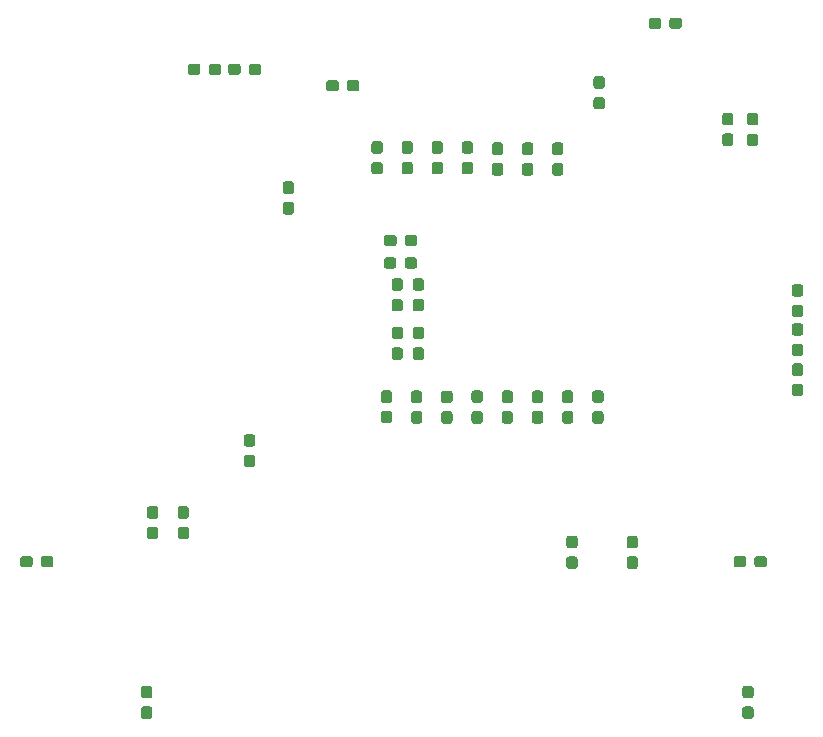
<source format=gbr>
G04 #@! TF.GenerationSoftware,KiCad,Pcbnew,(5.1.5-0-10_14)*
G04 #@! TF.CreationDate,2021-09-10T16:38:47+02:00*
G04 #@! TF.ProjectId,ms20verb,6d733230-7665-4726-922e-6b696361645f,rev?*
G04 #@! TF.SameCoordinates,Original*
G04 #@! TF.FileFunction,Paste,Bot*
G04 #@! TF.FilePolarity,Positive*
%FSLAX46Y46*%
G04 Gerber Fmt 4.6, Leading zero omitted, Abs format (unit mm)*
G04 Created by KiCad (PCBNEW (5.1.5-0-10_14)) date 2021-09-10 16:38:47*
%MOMM*%
%LPD*%
G04 APERTURE LIST*
%ADD10C,0.100000*%
G04 APERTURE END LIST*
D10*
G36*
X100023279Y-95326144D02*
G01*
X100046334Y-95329563D01*
X100068943Y-95335227D01*
X100090887Y-95343079D01*
X100111957Y-95353044D01*
X100131948Y-95365026D01*
X100150668Y-95378910D01*
X100167938Y-95394562D01*
X100183590Y-95411832D01*
X100197474Y-95430552D01*
X100209456Y-95450543D01*
X100219421Y-95471613D01*
X100227273Y-95493557D01*
X100232937Y-95516166D01*
X100236356Y-95539221D01*
X100237500Y-95562500D01*
X100237500Y-96037500D01*
X100236356Y-96060779D01*
X100232937Y-96083834D01*
X100227273Y-96106443D01*
X100219421Y-96128387D01*
X100209456Y-96149457D01*
X100197474Y-96169448D01*
X100183590Y-96188168D01*
X100167938Y-96205438D01*
X100150668Y-96221090D01*
X100131948Y-96234974D01*
X100111957Y-96246956D01*
X100090887Y-96256921D01*
X100068943Y-96264773D01*
X100046334Y-96270437D01*
X100023279Y-96273856D01*
X100000000Y-96275000D01*
X99425000Y-96275000D01*
X99401721Y-96273856D01*
X99378666Y-96270437D01*
X99356057Y-96264773D01*
X99334113Y-96256921D01*
X99313043Y-96246956D01*
X99293052Y-96234974D01*
X99274332Y-96221090D01*
X99257062Y-96205438D01*
X99241410Y-96188168D01*
X99227526Y-96169448D01*
X99215544Y-96149457D01*
X99205579Y-96128387D01*
X99197727Y-96106443D01*
X99192063Y-96083834D01*
X99188644Y-96060779D01*
X99187500Y-96037500D01*
X99187500Y-95562500D01*
X99188644Y-95539221D01*
X99192063Y-95516166D01*
X99197727Y-95493557D01*
X99205579Y-95471613D01*
X99215544Y-95450543D01*
X99227526Y-95430552D01*
X99241410Y-95411832D01*
X99257062Y-95394562D01*
X99274332Y-95378910D01*
X99293052Y-95365026D01*
X99313043Y-95353044D01*
X99334113Y-95343079D01*
X99356057Y-95335227D01*
X99378666Y-95329563D01*
X99401721Y-95326144D01*
X99425000Y-95325000D01*
X100000000Y-95325000D01*
X100023279Y-95326144D01*
G37*
G36*
X101773279Y-95326144D02*
G01*
X101796334Y-95329563D01*
X101818943Y-95335227D01*
X101840887Y-95343079D01*
X101861957Y-95353044D01*
X101881948Y-95365026D01*
X101900668Y-95378910D01*
X101917938Y-95394562D01*
X101933590Y-95411832D01*
X101947474Y-95430552D01*
X101959456Y-95450543D01*
X101969421Y-95471613D01*
X101977273Y-95493557D01*
X101982937Y-95516166D01*
X101986356Y-95539221D01*
X101987500Y-95562500D01*
X101987500Y-96037500D01*
X101986356Y-96060779D01*
X101982937Y-96083834D01*
X101977273Y-96106443D01*
X101969421Y-96128387D01*
X101959456Y-96149457D01*
X101947474Y-96169448D01*
X101933590Y-96188168D01*
X101917938Y-96205438D01*
X101900668Y-96221090D01*
X101881948Y-96234974D01*
X101861957Y-96246956D01*
X101840887Y-96256921D01*
X101818943Y-96264773D01*
X101796334Y-96270437D01*
X101773279Y-96273856D01*
X101750000Y-96275000D01*
X101175000Y-96275000D01*
X101151721Y-96273856D01*
X101128666Y-96270437D01*
X101106057Y-96264773D01*
X101084113Y-96256921D01*
X101063043Y-96246956D01*
X101043052Y-96234974D01*
X101024332Y-96221090D01*
X101007062Y-96205438D01*
X100991410Y-96188168D01*
X100977526Y-96169448D01*
X100965544Y-96149457D01*
X100955579Y-96128387D01*
X100947727Y-96106443D01*
X100942063Y-96083834D01*
X100938644Y-96060779D01*
X100937500Y-96037500D01*
X100937500Y-95562500D01*
X100938644Y-95539221D01*
X100942063Y-95516166D01*
X100947727Y-95493557D01*
X100955579Y-95471613D01*
X100965544Y-95450543D01*
X100977526Y-95430552D01*
X100991410Y-95411832D01*
X101007062Y-95394562D01*
X101024332Y-95378910D01*
X101043052Y-95365026D01*
X101063043Y-95353044D01*
X101084113Y-95343079D01*
X101106057Y-95335227D01*
X101128666Y-95329563D01*
X101151721Y-95326144D01*
X101175000Y-95325000D01*
X101750000Y-95325000D01*
X101773279Y-95326144D01*
G37*
G36*
X88060779Y-112051144D02*
G01*
X88083834Y-112054563D01*
X88106443Y-112060227D01*
X88128387Y-112068079D01*
X88149457Y-112078044D01*
X88169448Y-112090026D01*
X88188168Y-112103910D01*
X88205438Y-112119562D01*
X88221090Y-112136832D01*
X88234974Y-112155552D01*
X88246956Y-112175543D01*
X88256921Y-112196613D01*
X88264773Y-112218557D01*
X88270437Y-112241166D01*
X88273856Y-112264221D01*
X88275000Y-112287500D01*
X88275000Y-112862500D01*
X88273856Y-112885779D01*
X88270437Y-112908834D01*
X88264773Y-112931443D01*
X88256921Y-112953387D01*
X88246956Y-112974457D01*
X88234974Y-112994448D01*
X88221090Y-113013168D01*
X88205438Y-113030438D01*
X88188168Y-113046090D01*
X88169448Y-113059974D01*
X88149457Y-113071956D01*
X88128387Y-113081921D01*
X88106443Y-113089773D01*
X88083834Y-113095437D01*
X88060779Y-113098856D01*
X88037500Y-113100000D01*
X87562500Y-113100000D01*
X87539221Y-113098856D01*
X87516166Y-113095437D01*
X87493557Y-113089773D01*
X87471613Y-113081921D01*
X87450543Y-113071956D01*
X87430552Y-113059974D01*
X87411832Y-113046090D01*
X87394562Y-113030438D01*
X87378910Y-113013168D01*
X87365026Y-112994448D01*
X87353044Y-112974457D01*
X87343079Y-112953387D01*
X87335227Y-112931443D01*
X87329563Y-112908834D01*
X87326144Y-112885779D01*
X87325000Y-112862500D01*
X87325000Y-112287500D01*
X87326144Y-112264221D01*
X87329563Y-112241166D01*
X87335227Y-112218557D01*
X87343079Y-112196613D01*
X87353044Y-112175543D01*
X87365026Y-112155552D01*
X87378910Y-112136832D01*
X87394562Y-112119562D01*
X87411832Y-112103910D01*
X87430552Y-112090026D01*
X87450543Y-112078044D01*
X87471613Y-112068079D01*
X87493557Y-112060227D01*
X87516166Y-112054563D01*
X87539221Y-112051144D01*
X87562500Y-112050000D01*
X88037500Y-112050000D01*
X88060779Y-112051144D01*
G37*
G36*
X88060779Y-110301144D02*
G01*
X88083834Y-110304563D01*
X88106443Y-110310227D01*
X88128387Y-110318079D01*
X88149457Y-110328044D01*
X88169448Y-110340026D01*
X88188168Y-110353910D01*
X88205438Y-110369562D01*
X88221090Y-110386832D01*
X88234974Y-110405552D01*
X88246956Y-110425543D01*
X88256921Y-110446613D01*
X88264773Y-110468557D01*
X88270437Y-110491166D01*
X88273856Y-110514221D01*
X88275000Y-110537500D01*
X88275000Y-111112500D01*
X88273856Y-111135779D01*
X88270437Y-111158834D01*
X88264773Y-111181443D01*
X88256921Y-111203387D01*
X88246956Y-111224457D01*
X88234974Y-111244448D01*
X88221090Y-111263168D01*
X88205438Y-111280438D01*
X88188168Y-111296090D01*
X88169448Y-111309974D01*
X88149457Y-111321956D01*
X88128387Y-111331921D01*
X88106443Y-111339773D01*
X88083834Y-111345437D01*
X88060779Y-111348856D01*
X88037500Y-111350000D01*
X87562500Y-111350000D01*
X87539221Y-111348856D01*
X87516166Y-111345437D01*
X87493557Y-111339773D01*
X87471613Y-111331921D01*
X87450543Y-111321956D01*
X87430552Y-111309974D01*
X87411832Y-111296090D01*
X87394562Y-111280438D01*
X87378910Y-111263168D01*
X87365026Y-111244448D01*
X87353044Y-111224457D01*
X87343079Y-111203387D01*
X87335227Y-111181443D01*
X87329563Y-111158834D01*
X87326144Y-111135779D01*
X87325000Y-111112500D01*
X87325000Y-110537500D01*
X87326144Y-110514221D01*
X87329563Y-110491166D01*
X87335227Y-110468557D01*
X87343079Y-110446613D01*
X87353044Y-110425543D01*
X87365026Y-110405552D01*
X87378910Y-110386832D01*
X87394562Y-110369562D01*
X87411832Y-110353910D01*
X87430552Y-110340026D01*
X87450543Y-110328044D01*
X87471613Y-110318079D01*
X87493557Y-110310227D01*
X87516166Y-110304563D01*
X87539221Y-110301144D01*
X87562500Y-110300000D01*
X88037500Y-110300000D01*
X88060779Y-110301144D01*
G37*
G36*
X134460779Y-99351144D02*
G01*
X134483834Y-99354563D01*
X134506443Y-99360227D01*
X134528387Y-99368079D01*
X134549457Y-99378044D01*
X134569448Y-99390026D01*
X134588168Y-99403910D01*
X134605438Y-99419562D01*
X134621090Y-99436832D01*
X134634974Y-99455552D01*
X134646956Y-99475543D01*
X134656921Y-99496613D01*
X134664773Y-99518557D01*
X134670437Y-99541166D01*
X134673856Y-99564221D01*
X134675000Y-99587500D01*
X134675000Y-100162500D01*
X134673856Y-100185779D01*
X134670437Y-100208834D01*
X134664773Y-100231443D01*
X134656921Y-100253387D01*
X134646956Y-100274457D01*
X134634974Y-100294448D01*
X134621090Y-100313168D01*
X134605438Y-100330438D01*
X134588168Y-100346090D01*
X134569448Y-100359974D01*
X134549457Y-100371956D01*
X134528387Y-100381921D01*
X134506443Y-100389773D01*
X134483834Y-100395437D01*
X134460779Y-100398856D01*
X134437500Y-100400000D01*
X133962500Y-100400000D01*
X133939221Y-100398856D01*
X133916166Y-100395437D01*
X133893557Y-100389773D01*
X133871613Y-100381921D01*
X133850543Y-100371956D01*
X133830552Y-100359974D01*
X133811832Y-100346090D01*
X133794562Y-100330438D01*
X133778910Y-100313168D01*
X133765026Y-100294448D01*
X133753044Y-100274457D01*
X133743079Y-100253387D01*
X133735227Y-100231443D01*
X133729563Y-100208834D01*
X133726144Y-100185779D01*
X133725000Y-100162500D01*
X133725000Y-99587500D01*
X133726144Y-99564221D01*
X133729563Y-99541166D01*
X133735227Y-99518557D01*
X133743079Y-99496613D01*
X133753044Y-99475543D01*
X133765026Y-99455552D01*
X133778910Y-99436832D01*
X133794562Y-99419562D01*
X133811832Y-99403910D01*
X133830552Y-99390026D01*
X133850543Y-99378044D01*
X133871613Y-99368079D01*
X133893557Y-99360227D01*
X133916166Y-99354563D01*
X133939221Y-99351144D01*
X133962500Y-99350000D01*
X134437500Y-99350000D01*
X134460779Y-99351144D01*
G37*
G36*
X134460779Y-97601144D02*
G01*
X134483834Y-97604563D01*
X134506443Y-97610227D01*
X134528387Y-97618079D01*
X134549457Y-97628044D01*
X134569448Y-97640026D01*
X134588168Y-97653910D01*
X134605438Y-97669562D01*
X134621090Y-97686832D01*
X134634974Y-97705552D01*
X134646956Y-97725543D01*
X134656921Y-97746613D01*
X134664773Y-97768557D01*
X134670437Y-97791166D01*
X134673856Y-97814221D01*
X134675000Y-97837500D01*
X134675000Y-98412500D01*
X134673856Y-98435779D01*
X134670437Y-98458834D01*
X134664773Y-98481443D01*
X134656921Y-98503387D01*
X134646956Y-98524457D01*
X134634974Y-98544448D01*
X134621090Y-98563168D01*
X134605438Y-98580438D01*
X134588168Y-98596090D01*
X134569448Y-98609974D01*
X134549457Y-98621956D01*
X134528387Y-98631921D01*
X134506443Y-98639773D01*
X134483834Y-98645437D01*
X134460779Y-98648856D01*
X134437500Y-98650000D01*
X133962500Y-98650000D01*
X133939221Y-98648856D01*
X133916166Y-98645437D01*
X133893557Y-98639773D01*
X133871613Y-98631921D01*
X133850543Y-98621956D01*
X133830552Y-98609974D01*
X133811832Y-98596090D01*
X133794562Y-98580438D01*
X133778910Y-98563168D01*
X133765026Y-98544448D01*
X133753044Y-98524457D01*
X133743079Y-98503387D01*
X133735227Y-98481443D01*
X133729563Y-98458834D01*
X133726144Y-98435779D01*
X133725000Y-98412500D01*
X133725000Y-97837500D01*
X133726144Y-97814221D01*
X133729563Y-97791166D01*
X133735227Y-97768557D01*
X133743079Y-97746613D01*
X133753044Y-97725543D01*
X133765026Y-97705552D01*
X133778910Y-97686832D01*
X133794562Y-97669562D01*
X133811832Y-97653910D01*
X133830552Y-97640026D01*
X133850543Y-97628044D01*
X133871613Y-97618079D01*
X133893557Y-97610227D01*
X133916166Y-97604563D01*
X133939221Y-97601144D01*
X133962500Y-97600000D01*
X134437500Y-97600000D01*
X134460779Y-97601144D01*
G37*
G36*
X100560779Y-97101144D02*
G01*
X100583834Y-97104563D01*
X100606443Y-97110227D01*
X100628387Y-97118079D01*
X100649457Y-97128044D01*
X100669448Y-97140026D01*
X100688168Y-97153910D01*
X100705438Y-97169562D01*
X100721090Y-97186832D01*
X100734974Y-97205552D01*
X100746956Y-97225543D01*
X100756921Y-97246613D01*
X100764773Y-97268557D01*
X100770437Y-97291166D01*
X100773856Y-97314221D01*
X100775000Y-97337500D01*
X100775000Y-97912500D01*
X100773856Y-97935779D01*
X100770437Y-97958834D01*
X100764773Y-97981443D01*
X100756921Y-98003387D01*
X100746956Y-98024457D01*
X100734974Y-98044448D01*
X100721090Y-98063168D01*
X100705438Y-98080438D01*
X100688168Y-98096090D01*
X100669448Y-98109974D01*
X100649457Y-98121956D01*
X100628387Y-98131921D01*
X100606443Y-98139773D01*
X100583834Y-98145437D01*
X100560779Y-98148856D01*
X100537500Y-98150000D01*
X100062500Y-98150000D01*
X100039221Y-98148856D01*
X100016166Y-98145437D01*
X99993557Y-98139773D01*
X99971613Y-98131921D01*
X99950543Y-98121956D01*
X99930552Y-98109974D01*
X99911832Y-98096090D01*
X99894562Y-98080438D01*
X99878910Y-98063168D01*
X99865026Y-98044448D01*
X99853044Y-98024457D01*
X99843079Y-98003387D01*
X99835227Y-97981443D01*
X99829563Y-97958834D01*
X99826144Y-97935779D01*
X99825000Y-97912500D01*
X99825000Y-97337500D01*
X99826144Y-97314221D01*
X99829563Y-97291166D01*
X99835227Y-97268557D01*
X99843079Y-97246613D01*
X99853044Y-97225543D01*
X99865026Y-97205552D01*
X99878910Y-97186832D01*
X99894562Y-97169562D01*
X99911832Y-97153910D01*
X99930552Y-97140026D01*
X99950543Y-97128044D01*
X99971613Y-97118079D01*
X99993557Y-97110227D01*
X100016166Y-97104563D01*
X100039221Y-97101144D01*
X100062500Y-97100000D01*
X100537500Y-97100000D01*
X100560779Y-97101144D01*
G37*
G36*
X100560779Y-98851144D02*
G01*
X100583834Y-98854563D01*
X100606443Y-98860227D01*
X100628387Y-98868079D01*
X100649457Y-98878044D01*
X100669448Y-98890026D01*
X100688168Y-98903910D01*
X100705438Y-98919562D01*
X100721090Y-98936832D01*
X100734974Y-98955552D01*
X100746956Y-98975543D01*
X100756921Y-98996613D01*
X100764773Y-99018557D01*
X100770437Y-99041166D01*
X100773856Y-99064221D01*
X100775000Y-99087500D01*
X100775000Y-99662500D01*
X100773856Y-99685779D01*
X100770437Y-99708834D01*
X100764773Y-99731443D01*
X100756921Y-99753387D01*
X100746956Y-99774457D01*
X100734974Y-99794448D01*
X100721090Y-99813168D01*
X100705438Y-99830438D01*
X100688168Y-99846090D01*
X100669448Y-99859974D01*
X100649457Y-99871956D01*
X100628387Y-99881921D01*
X100606443Y-99889773D01*
X100583834Y-99895437D01*
X100560779Y-99898856D01*
X100537500Y-99900000D01*
X100062500Y-99900000D01*
X100039221Y-99898856D01*
X100016166Y-99895437D01*
X99993557Y-99889773D01*
X99971613Y-99881921D01*
X99950543Y-99871956D01*
X99930552Y-99859974D01*
X99911832Y-99846090D01*
X99894562Y-99830438D01*
X99878910Y-99813168D01*
X99865026Y-99794448D01*
X99853044Y-99774457D01*
X99843079Y-99753387D01*
X99835227Y-99731443D01*
X99829563Y-99708834D01*
X99826144Y-99685779D01*
X99825000Y-99662500D01*
X99825000Y-99087500D01*
X99826144Y-99064221D01*
X99829563Y-99041166D01*
X99835227Y-99018557D01*
X99843079Y-98996613D01*
X99853044Y-98975543D01*
X99865026Y-98955552D01*
X99878910Y-98936832D01*
X99894562Y-98919562D01*
X99911832Y-98903910D01*
X99930552Y-98890026D01*
X99950543Y-98878044D01*
X99971613Y-98868079D01*
X99993557Y-98860227D01*
X100016166Y-98854563D01*
X100039221Y-98851144D01*
X100062500Y-98850000D01*
X100537500Y-98850000D01*
X100560779Y-98851144D01*
G37*
G36*
X104775063Y-108363644D02*
G01*
X104798118Y-108367063D01*
X104820727Y-108372727D01*
X104842671Y-108380579D01*
X104863741Y-108390544D01*
X104883732Y-108402526D01*
X104902452Y-108416410D01*
X104919722Y-108432062D01*
X104935374Y-108449332D01*
X104949258Y-108468052D01*
X104961240Y-108488043D01*
X104971205Y-108509113D01*
X104979057Y-108531057D01*
X104984721Y-108553666D01*
X104988140Y-108576721D01*
X104989284Y-108600000D01*
X104989284Y-109175000D01*
X104988140Y-109198279D01*
X104984721Y-109221334D01*
X104979057Y-109243943D01*
X104971205Y-109265887D01*
X104961240Y-109286957D01*
X104949258Y-109306948D01*
X104935374Y-109325668D01*
X104919722Y-109342938D01*
X104902452Y-109358590D01*
X104883732Y-109372474D01*
X104863741Y-109384456D01*
X104842671Y-109394421D01*
X104820727Y-109402273D01*
X104798118Y-109407937D01*
X104775063Y-109411356D01*
X104751784Y-109412500D01*
X104276784Y-109412500D01*
X104253505Y-109411356D01*
X104230450Y-109407937D01*
X104207841Y-109402273D01*
X104185897Y-109394421D01*
X104164827Y-109384456D01*
X104144836Y-109372474D01*
X104126116Y-109358590D01*
X104108846Y-109342938D01*
X104093194Y-109325668D01*
X104079310Y-109306948D01*
X104067328Y-109286957D01*
X104057363Y-109265887D01*
X104049511Y-109243943D01*
X104043847Y-109221334D01*
X104040428Y-109198279D01*
X104039284Y-109175000D01*
X104039284Y-108600000D01*
X104040428Y-108576721D01*
X104043847Y-108553666D01*
X104049511Y-108531057D01*
X104057363Y-108509113D01*
X104067328Y-108488043D01*
X104079310Y-108468052D01*
X104093194Y-108449332D01*
X104108846Y-108432062D01*
X104126116Y-108416410D01*
X104144836Y-108402526D01*
X104164827Y-108390544D01*
X104185897Y-108380579D01*
X104207841Y-108372727D01*
X104230450Y-108367063D01*
X104253505Y-108363644D01*
X104276784Y-108362500D01*
X104751784Y-108362500D01*
X104775063Y-108363644D01*
G37*
G36*
X104775063Y-106613644D02*
G01*
X104798118Y-106617063D01*
X104820727Y-106622727D01*
X104842671Y-106630579D01*
X104863741Y-106640544D01*
X104883732Y-106652526D01*
X104902452Y-106666410D01*
X104919722Y-106682062D01*
X104935374Y-106699332D01*
X104949258Y-106718052D01*
X104961240Y-106738043D01*
X104971205Y-106759113D01*
X104979057Y-106781057D01*
X104984721Y-106803666D01*
X104988140Y-106826721D01*
X104989284Y-106850000D01*
X104989284Y-107425000D01*
X104988140Y-107448279D01*
X104984721Y-107471334D01*
X104979057Y-107493943D01*
X104971205Y-107515887D01*
X104961240Y-107536957D01*
X104949258Y-107556948D01*
X104935374Y-107575668D01*
X104919722Y-107592938D01*
X104902452Y-107608590D01*
X104883732Y-107622474D01*
X104863741Y-107634456D01*
X104842671Y-107644421D01*
X104820727Y-107652273D01*
X104798118Y-107657937D01*
X104775063Y-107661356D01*
X104751784Y-107662500D01*
X104276784Y-107662500D01*
X104253505Y-107661356D01*
X104230450Y-107657937D01*
X104207841Y-107652273D01*
X104185897Y-107644421D01*
X104164827Y-107634456D01*
X104144836Y-107622474D01*
X104126116Y-107608590D01*
X104108846Y-107592938D01*
X104093194Y-107575668D01*
X104079310Y-107556948D01*
X104067328Y-107536957D01*
X104057363Y-107515887D01*
X104049511Y-107493943D01*
X104043847Y-107471334D01*
X104040428Y-107448279D01*
X104039284Y-107425000D01*
X104039284Y-106850000D01*
X104040428Y-106826721D01*
X104043847Y-106803666D01*
X104049511Y-106781057D01*
X104057363Y-106759113D01*
X104067328Y-106738043D01*
X104079310Y-106718052D01*
X104093194Y-106699332D01*
X104108846Y-106682062D01*
X104126116Y-106666410D01*
X104144836Y-106652526D01*
X104164827Y-106640544D01*
X104185897Y-106630579D01*
X104207841Y-106622727D01*
X104230450Y-106617063D01*
X104253505Y-106613644D01*
X104276784Y-106612500D01*
X104751784Y-106612500D01*
X104775063Y-106613644D01*
G37*
G36*
X99660779Y-108338644D02*
G01*
X99683834Y-108342063D01*
X99706443Y-108347727D01*
X99728387Y-108355579D01*
X99749457Y-108365544D01*
X99769448Y-108377526D01*
X99788168Y-108391410D01*
X99805438Y-108407062D01*
X99821090Y-108424332D01*
X99834974Y-108443052D01*
X99846956Y-108463043D01*
X99856921Y-108484113D01*
X99864773Y-108506057D01*
X99870437Y-108528666D01*
X99873856Y-108551721D01*
X99875000Y-108575000D01*
X99875000Y-109150000D01*
X99873856Y-109173279D01*
X99870437Y-109196334D01*
X99864773Y-109218943D01*
X99856921Y-109240887D01*
X99846956Y-109261957D01*
X99834974Y-109281948D01*
X99821090Y-109300668D01*
X99805438Y-109317938D01*
X99788168Y-109333590D01*
X99769448Y-109347474D01*
X99749457Y-109359456D01*
X99728387Y-109369421D01*
X99706443Y-109377273D01*
X99683834Y-109382937D01*
X99660779Y-109386356D01*
X99637500Y-109387500D01*
X99162500Y-109387500D01*
X99139221Y-109386356D01*
X99116166Y-109382937D01*
X99093557Y-109377273D01*
X99071613Y-109369421D01*
X99050543Y-109359456D01*
X99030552Y-109347474D01*
X99011832Y-109333590D01*
X98994562Y-109317938D01*
X98978910Y-109300668D01*
X98965026Y-109281948D01*
X98953044Y-109261957D01*
X98943079Y-109240887D01*
X98935227Y-109218943D01*
X98929563Y-109196334D01*
X98926144Y-109173279D01*
X98925000Y-109150000D01*
X98925000Y-108575000D01*
X98926144Y-108551721D01*
X98929563Y-108528666D01*
X98935227Y-108506057D01*
X98943079Y-108484113D01*
X98953044Y-108463043D01*
X98965026Y-108443052D01*
X98978910Y-108424332D01*
X98994562Y-108407062D01*
X99011832Y-108391410D01*
X99030552Y-108377526D01*
X99050543Y-108365544D01*
X99071613Y-108355579D01*
X99093557Y-108347727D01*
X99116166Y-108342063D01*
X99139221Y-108338644D01*
X99162500Y-108337500D01*
X99637500Y-108337500D01*
X99660779Y-108338644D01*
G37*
G36*
X99660779Y-106588644D02*
G01*
X99683834Y-106592063D01*
X99706443Y-106597727D01*
X99728387Y-106605579D01*
X99749457Y-106615544D01*
X99769448Y-106627526D01*
X99788168Y-106641410D01*
X99805438Y-106657062D01*
X99821090Y-106674332D01*
X99834974Y-106693052D01*
X99846956Y-106713043D01*
X99856921Y-106734113D01*
X99864773Y-106756057D01*
X99870437Y-106778666D01*
X99873856Y-106801721D01*
X99875000Y-106825000D01*
X99875000Y-107400000D01*
X99873856Y-107423279D01*
X99870437Y-107446334D01*
X99864773Y-107468943D01*
X99856921Y-107490887D01*
X99846956Y-107511957D01*
X99834974Y-107531948D01*
X99821090Y-107550668D01*
X99805438Y-107567938D01*
X99788168Y-107583590D01*
X99769448Y-107597474D01*
X99749457Y-107609456D01*
X99728387Y-107619421D01*
X99706443Y-107627273D01*
X99683834Y-107632937D01*
X99660779Y-107636356D01*
X99637500Y-107637500D01*
X99162500Y-107637500D01*
X99139221Y-107636356D01*
X99116166Y-107632937D01*
X99093557Y-107627273D01*
X99071613Y-107619421D01*
X99050543Y-107609456D01*
X99030552Y-107597474D01*
X99011832Y-107583590D01*
X98994562Y-107567938D01*
X98978910Y-107550668D01*
X98965026Y-107531948D01*
X98953044Y-107511957D01*
X98943079Y-107490887D01*
X98935227Y-107468943D01*
X98929563Y-107446334D01*
X98926144Y-107423279D01*
X98925000Y-107400000D01*
X98925000Y-106825000D01*
X98926144Y-106801721D01*
X98929563Y-106778666D01*
X98935227Y-106756057D01*
X98943079Y-106734113D01*
X98953044Y-106713043D01*
X98965026Y-106693052D01*
X98978910Y-106674332D01*
X98994562Y-106657062D01*
X99011832Y-106641410D01*
X99030552Y-106627526D01*
X99050543Y-106615544D01*
X99071613Y-106605579D01*
X99093557Y-106597727D01*
X99116166Y-106592063D01*
X99139221Y-106588644D01*
X99162500Y-106587500D01*
X99637500Y-106587500D01*
X99660779Y-106588644D01*
G37*
G36*
X115003631Y-108351144D02*
G01*
X115026686Y-108354563D01*
X115049295Y-108360227D01*
X115071239Y-108368079D01*
X115092309Y-108378044D01*
X115112300Y-108390026D01*
X115131020Y-108403910D01*
X115148290Y-108419562D01*
X115163942Y-108436832D01*
X115177826Y-108455552D01*
X115189808Y-108475543D01*
X115199773Y-108496613D01*
X115207625Y-108518557D01*
X115213289Y-108541166D01*
X115216708Y-108564221D01*
X115217852Y-108587500D01*
X115217852Y-109162500D01*
X115216708Y-109185779D01*
X115213289Y-109208834D01*
X115207625Y-109231443D01*
X115199773Y-109253387D01*
X115189808Y-109274457D01*
X115177826Y-109294448D01*
X115163942Y-109313168D01*
X115148290Y-109330438D01*
X115131020Y-109346090D01*
X115112300Y-109359974D01*
X115092309Y-109371956D01*
X115071239Y-109381921D01*
X115049295Y-109389773D01*
X115026686Y-109395437D01*
X115003631Y-109398856D01*
X114980352Y-109400000D01*
X114505352Y-109400000D01*
X114482073Y-109398856D01*
X114459018Y-109395437D01*
X114436409Y-109389773D01*
X114414465Y-109381921D01*
X114393395Y-109371956D01*
X114373404Y-109359974D01*
X114354684Y-109346090D01*
X114337414Y-109330438D01*
X114321762Y-109313168D01*
X114307878Y-109294448D01*
X114295896Y-109274457D01*
X114285931Y-109253387D01*
X114278079Y-109231443D01*
X114272415Y-109208834D01*
X114268996Y-109185779D01*
X114267852Y-109162500D01*
X114267852Y-108587500D01*
X114268996Y-108564221D01*
X114272415Y-108541166D01*
X114278079Y-108518557D01*
X114285931Y-108496613D01*
X114295896Y-108475543D01*
X114307878Y-108455552D01*
X114321762Y-108436832D01*
X114337414Y-108419562D01*
X114354684Y-108403910D01*
X114373404Y-108390026D01*
X114393395Y-108378044D01*
X114414465Y-108368079D01*
X114436409Y-108360227D01*
X114459018Y-108354563D01*
X114482073Y-108351144D01*
X114505352Y-108350000D01*
X114980352Y-108350000D01*
X115003631Y-108351144D01*
G37*
G36*
X115003631Y-106601144D02*
G01*
X115026686Y-106604563D01*
X115049295Y-106610227D01*
X115071239Y-106618079D01*
X115092309Y-106628044D01*
X115112300Y-106640026D01*
X115131020Y-106653910D01*
X115148290Y-106669562D01*
X115163942Y-106686832D01*
X115177826Y-106705552D01*
X115189808Y-106725543D01*
X115199773Y-106746613D01*
X115207625Y-106768557D01*
X115213289Y-106791166D01*
X115216708Y-106814221D01*
X115217852Y-106837500D01*
X115217852Y-107412500D01*
X115216708Y-107435779D01*
X115213289Y-107458834D01*
X115207625Y-107481443D01*
X115199773Y-107503387D01*
X115189808Y-107524457D01*
X115177826Y-107544448D01*
X115163942Y-107563168D01*
X115148290Y-107580438D01*
X115131020Y-107596090D01*
X115112300Y-107609974D01*
X115092309Y-107621956D01*
X115071239Y-107631921D01*
X115049295Y-107639773D01*
X115026686Y-107645437D01*
X115003631Y-107648856D01*
X114980352Y-107650000D01*
X114505352Y-107650000D01*
X114482073Y-107648856D01*
X114459018Y-107645437D01*
X114436409Y-107639773D01*
X114414465Y-107631921D01*
X114393395Y-107621956D01*
X114373404Y-107609974D01*
X114354684Y-107596090D01*
X114337414Y-107580438D01*
X114321762Y-107563168D01*
X114307878Y-107544448D01*
X114295896Y-107524457D01*
X114285931Y-107503387D01*
X114278079Y-107481443D01*
X114272415Y-107458834D01*
X114268996Y-107435779D01*
X114267852Y-107412500D01*
X114267852Y-106837500D01*
X114268996Y-106814221D01*
X114272415Y-106791166D01*
X114278079Y-106768557D01*
X114285931Y-106746613D01*
X114295896Y-106725543D01*
X114307878Y-106705552D01*
X114321762Y-106686832D01*
X114337414Y-106669562D01*
X114354684Y-106653910D01*
X114373404Y-106640026D01*
X114393395Y-106628044D01*
X114414465Y-106618079D01*
X114436409Y-106610227D01*
X114459018Y-106604563D01*
X114482073Y-106601144D01*
X114505352Y-106600000D01*
X114980352Y-106600000D01*
X115003631Y-106601144D01*
G37*
G36*
X112446489Y-106601144D02*
G01*
X112469544Y-106604563D01*
X112492153Y-106610227D01*
X112514097Y-106618079D01*
X112535167Y-106628044D01*
X112555158Y-106640026D01*
X112573878Y-106653910D01*
X112591148Y-106669562D01*
X112606800Y-106686832D01*
X112620684Y-106705552D01*
X112632666Y-106725543D01*
X112642631Y-106746613D01*
X112650483Y-106768557D01*
X112656147Y-106791166D01*
X112659566Y-106814221D01*
X112660710Y-106837500D01*
X112660710Y-107412500D01*
X112659566Y-107435779D01*
X112656147Y-107458834D01*
X112650483Y-107481443D01*
X112642631Y-107503387D01*
X112632666Y-107524457D01*
X112620684Y-107544448D01*
X112606800Y-107563168D01*
X112591148Y-107580438D01*
X112573878Y-107596090D01*
X112555158Y-107609974D01*
X112535167Y-107621956D01*
X112514097Y-107631921D01*
X112492153Y-107639773D01*
X112469544Y-107645437D01*
X112446489Y-107648856D01*
X112423210Y-107650000D01*
X111948210Y-107650000D01*
X111924931Y-107648856D01*
X111901876Y-107645437D01*
X111879267Y-107639773D01*
X111857323Y-107631921D01*
X111836253Y-107621956D01*
X111816262Y-107609974D01*
X111797542Y-107596090D01*
X111780272Y-107580438D01*
X111764620Y-107563168D01*
X111750736Y-107544448D01*
X111738754Y-107524457D01*
X111728789Y-107503387D01*
X111720937Y-107481443D01*
X111715273Y-107458834D01*
X111711854Y-107435779D01*
X111710710Y-107412500D01*
X111710710Y-106837500D01*
X111711854Y-106814221D01*
X111715273Y-106791166D01*
X111720937Y-106768557D01*
X111728789Y-106746613D01*
X111738754Y-106725543D01*
X111750736Y-106705552D01*
X111764620Y-106686832D01*
X111780272Y-106669562D01*
X111797542Y-106653910D01*
X111816262Y-106640026D01*
X111836253Y-106628044D01*
X111857323Y-106618079D01*
X111879267Y-106610227D01*
X111901876Y-106604563D01*
X111924931Y-106601144D01*
X111948210Y-106600000D01*
X112423210Y-106600000D01*
X112446489Y-106601144D01*
G37*
G36*
X112446489Y-108351144D02*
G01*
X112469544Y-108354563D01*
X112492153Y-108360227D01*
X112514097Y-108368079D01*
X112535167Y-108378044D01*
X112555158Y-108390026D01*
X112573878Y-108403910D01*
X112591148Y-108419562D01*
X112606800Y-108436832D01*
X112620684Y-108455552D01*
X112632666Y-108475543D01*
X112642631Y-108496613D01*
X112650483Y-108518557D01*
X112656147Y-108541166D01*
X112659566Y-108564221D01*
X112660710Y-108587500D01*
X112660710Y-109162500D01*
X112659566Y-109185779D01*
X112656147Y-109208834D01*
X112650483Y-109231443D01*
X112642631Y-109253387D01*
X112632666Y-109274457D01*
X112620684Y-109294448D01*
X112606800Y-109313168D01*
X112591148Y-109330438D01*
X112573878Y-109346090D01*
X112555158Y-109359974D01*
X112535167Y-109371956D01*
X112514097Y-109381921D01*
X112492153Y-109389773D01*
X112469544Y-109395437D01*
X112446489Y-109398856D01*
X112423210Y-109400000D01*
X111948210Y-109400000D01*
X111924931Y-109398856D01*
X111901876Y-109395437D01*
X111879267Y-109389773D01*
X111857323Y-109381921D01*
X111836253Y-109371956D01*
X111816262Y-109359974D01*
X111797542Y-109346090D01*
X111780272Y-109330438D01*
X111764620Y-109313168D01*
X111750736Y-109294448D01*
X111738754Y-109274457D01*
X111728789Y-109253387D01*
X111720937Y-109231443D01*
X111715273Y-109208834D01*
X111711854Y-109185779D01*
X111710710Y-109162500D01*
X111710710Y-108587500D01*
X111711854Y-108564221D01*
X111715273Y-108541166D01*
X111720937Y-108518557D01*
X111728789Y-108496613D01*
X111738754Y-108475543D01*
X111750736Y-108455552D01*
X111764620Y-108436832D01*
X111780272Y-108419562D01*
X111797542Y-108403910D01*
X111816262Y-108390026D01*
X111836253Y-108378044D01*
X111857323Y-108368079D01*
X111879267Y-108360227D01*
X111901876Y-108354563D01*
X111924931Y-108351144D01*
X111948210Y-108350000D01*
X112423210Y-108350000D01*
X112446489Y-108351144D01*
G37*
G36*
X102360779Y-102951144D02*
G01*
X102383834Y-102954563D01*
X102406443Y-102960227D01*
X102428387Y-102968079D01*
X102449457Y-102978044D01*
X102469448Y-102990026D01*
X102488168Y-103003910D01*
X102505438Y-103019562D01*
X102521090Y-103036832D01*
X102534974Y-103055552D01*
X102546956Y-103075543D01*
X102556921Y-103096613D01*
X102564773Y-103118557D01*
X102570437Y-103141166D01*
X102573856Y-103164221D01*
X102575000Y-103187500D01*
X102575000Y-103762500D01*
X102573856Y-103785779D01*
X102570437Y-103808834D01*
X102564773Y-103831443D01*
X102556921Y-103853387D01*
X102546956Y-103874457D01*
X102534974Y-103894448D01*
X102521090Y-103913168D01*
X102505438Y-103930438D01*
X102488168Y-103946090D01*
X102469448Y-103959974D01*
X102449457Y-103971956D01*
X102428387Y-103981921D01*
X102406443Y-103989773D01*
X102383834Y-103995437D01*
X102360779Y-103998856D01*
X102337500Y-104000000D01*
X101862500Y-104000000D01*
X101839221Y-103998856D01*
X101816166Y-103995437D01*
X101793557Y-103989773D01*
X101771613Y-103981921D01*
X101750543Y-103971956D01*
X101730552Y-103959974D01*
X101711832Y-103946090D01*
X101694562Y-103930438D01*
X101678910Y-103913168D01*
X101665026Y-103894448D01*
X101653044Y-103874457D01*
X101643079Y-103853387D01*
X101635227Y-103831443D01*
X101629563Y-103808834D01*
X101626144Y-103785779D01*
X101625000Y-103762500D01*
X101625000Y-103187500D01*
X101626144Y-103164221D01*
X101629563Y-103141166D01*
X101635227Y-103118557D01*
X101643079Y-103096613D01*
X101653044Y-103075543D01*
X101665026Y-103055552D01*
X101678910Y-103036832D01*
X101694562Y-103019562D01*
X101711832Y-103003910D01*
X101730552Y-102990026D01*
X101750543Y-102978044D01*
X101771613Y-102968079D01*
X101793557Y-102960227D01*
X101816166Y-102954563D01*
X101839221Y-102951144D01*
X101862500Y-102950000D01*
X102337500Y-102950000D01*
X102360779Y-102951144D01*
G37*
G36*
X102360779Y-101201144D02*
G01*
X102383834Y-101204563D01*
X102406443Y-101210227D01*
X102428387Y-101218079D01*
X102449457Y-101228044D01*
X102469448Y-101240026D01*
X102488168Y-101253910D01*
X102505438Y-101269562D01*
X102521090Y-101286832D01*
X102534974Y-101305552D01*
X102546956Y-101325543D01*
X102556921Y-101346613D01*
X102564773Y-101368557D01*
X102570437Y-101391166D01*
X102573856Y-101414221D01*
X102575000Y-101437500D01*
X102575000Y-102012500D01*
X102573856Y-102035779D01*
X102570437Y-102058834D01*
X102564773Y-102081443D01*
X102556921Y-102103387D01*
X102546956Y-102124457D01*
X102534974Y-102144448D01*
X102521090Y-102163168D01*
X102505438Y-102180438D01*
X102488168Y-102196090D01*
X102469448Y-102209974D01*
X102449457Y-102221956D01*
X102428387Y-102231921D01*
X102406443Y-102239773D01*
X102383834Y-102245437D01*
X102360779Y-102248856D01*
X102337500Y-102250000D01*
X101862500Y-102250000D01*
X101839221Y-102248856D01*
X101816166Y-102245437D01*
X101793557Y-102239773D01*
X101771613Y-102231921D01*
X101750543Y-102221956D01*
X101730552Y-102209974D01*
X101711832Y-102196090D01*
X101694562Y-102180438D01*
X101678910Y-102163168D01*
X101665026Y-102144448D01*
X101653044Y-102124457D01*
X101643079Y-102103387D01*
X101635227Y-102081443D01*
X101629563Y-102058834D01*
X101626144Y-102035779D01*
X101625000Y-102012500D01*
X101625000Y-101437500D01*
X101626144Y-101414221D01*
X101629563Y-101391166D01*
X101635227Y-101368557D01*
X101643079Y-101346613D01*
X101653044Y-101325543D01*
X101665026Y-101305552D01*
X101678910Y-101286832D01*
X101694562Y-101269562D01*
X101711832Y-101253910D01*
X101730552Y-101240026D01*
X101750543Y-101228044D01*
X101771613Y-101218079D01*
X101793557Y-101210227D01*
X101816166Y-101204563D01*
X101839221Y-101201144D01*
X101862500Y-101200000D01*
X102337500Y-101200000D01*
X102360779Y-101201144D01*
G37*
G36*
X128560779Y-84838644D02*
G01*
X128583834Y-84842063D01*
X128606443Y-84847727D01*
X128628387Y-84855579D01*
X128649457Y-84865544D01*
X128669448Y-84877526D01*
X128688168Y-84891410D01*
X128705438Y-84907062D01*
X128721090Y-84924332D01*
X128734974Y-84943052D01*
X128746956Y-84963043D01*
X128756921Y-84984113D01*
X128764773Y-85006057D01*
X128770437Y-85028666D01*
X128773856Y-85051721D01*
X128775000Y-85075000D01*
X128775000Y-85650000D01*
X128773856Y-85673279D01*
X128770437Y-85696334D01*
X128764773Y-85718943D01*
X128756921Y-85740887D01*
X128746956Y-85761957D01*
X128734974Y-85781948D01*
X128721090Y-85800668D01*
X128705438Y-85817938D01*
X128688168Y-85833590D01*
X128669448Y-85847474D01*
X128649457Y-85859456D01*
X128628387Y-85869421D01*
X128606443Y-85877273D01*
X128583834Y-85882937D01*
X128560779Y-85886356D01*
X128537500Y-85887500D01*
X128062500Y-85887500D01*
X128039221Y-85886356D01*
X128016166Y-85882937D01*
X127993557Y-85877273D01*
X127971613Y-85869421D01*
X127950543Y-85859456D01*
X127930552Y-85847474D01*
X127911832Y-85833590D01*
X127894562Y-85817938D01*
X127878910Y-85800668D01*
X127865026Y-85781948D01*
X127853044Y-85761957D01*
X127843079Y-85740887D01*
X127835227Y-85718943D01*
X127829563Y-85696334D01*
X127826144Y-85673279D01*
X127825000Y-85650000D01*
X127825000Y-85075000D01*
X127826144Y-85051721D01*
X127829563Y-85028666D01*
X127835227Y-85006057D01*
X127843079Y-84984113D01*
X127853044Y-84963043D01*
X127865026Y-84943052D01*
X127878910Y-84924332D01*
X127894562Y-84907062D01*
X127911832Y-84891410D01*
X127930552Y-84877526D01*
X127950543Y-84865544D01*
X127971613Y-84855579D01*
X127993557Y-84847727D01*
X128016166Y-84842063D01*
X128039221Y-84838644D01*
X128062500Y-84837500D01*
X128537500Y-84837500D01*
X128560779Y-84838644D01*
G37*
G36*
X128560779Y-83088644D02*
G01*
X128583834Y-83092063D01*
X128606443Y-83097727D01*
X128628387Y-83105579D01*
X128649457Y-83115544D01*
X128669448Y-83127526D01*
X128688168Y-83141410D01*
X128705438Y-83157062D01*
X128721090Y-83174332D01*
X128734974Y-83193052D01*
X128746956Y-83213043D01*
X128756921Y-83234113D01*
X128764773Y-83256057D01*
X128770437Y-83278666D01*
X128773856Y-83301721D01*
X128775000Y-83325000D01*
X128775000Y-83900000D01*
X128773856Y-83923279D01*
X128770437Y-83946334D01*
X128764773Y-83968943D01*
X128756921Y-83990887D01*
X128746956Y-84011957D01*
X128734974Y-84031948D01*
X128721090Y-84050668D01*
X128705438Y-84067938D01*
X128688168Y-84083590D01*
X128669448Y-84097474D01*
X128649457Y-84109456D01*
X128628387Y-84119421D01*
X128606443Y-84127273D01*
X128583834Y-84132937D01*
X128560779Y-84136356D01*
X128537500Y-84137500D01*
X128062500Y-84137500D01*
X128039221Y-84136356D01*
X128016166Y-84132937D01*
X127993557Y-84127273D01*
X127971613Y-84119421D01*
X127950543Y-84109456D01*
X127930552Y-84097474D01*
X127911832Y-84083590D01*
X127894562Y-84067938D01*
X127878910Y-84050668D01*
X127865026Y-84031948D01*
X127853044Y-84011957D01*
X127843079Y-83990887D01*
X127835227Y-83968943D01*
X127829563Y-83946334D01*
X127826144Y-83923279D01*
X127825000Y-83900000D01*
X127825000Y-83325000D01*
X127826144Y-83301721D01*
X127829563Y-83278666D01*
X127835227Y-83256057D01*
X127843079Y-83234113D01*
X127853044Y-83213043D01*
X127865026Y-83193052D01*
X127878910Y-83174332D01*
X127894562Y-83157062D01*
X127911832Y-83141410D01*
X127930552Y-83127526D01*
X127950543Y-83115544D01*
X127971613Y-83105579D01*
X127993557Y-83097727D01*
X128016166Y-83092063D01*
X128039221Y-83088644D01*
X128062500Y-83087500D01*
X128537500Y-83087500D01*
X128560779Y-83088644D01*
G37*
G36*
X130660779Y-83101144D02*
G01*
X130683834Y-83104563D01*
X130706443Y-83110227D01*
X130728387Y-83118079D01*
X130749457Y-83128044D01*
X130769448Y-83140026D01*
X130788168Y-83153910D01*
X130805438Y-83169562D01*
X130821090Y-83186832D01*
X130834974Y-83205552D01*
X130846956Y-83225543D01*
X130856921Y-83246613D01*
X130864773Y-83268557D01*
X130870437Y-83291166D01*
X130873856Y-83314221D01*
X130875000Y-83337500D01*
X130875000Y-83912500D01*
X130873856Y-83935779D01*
X130870437Y-83958834D01*
X130864773Y-83981443D01*
X130856921Y-84003387D01*
X130846956Y-84024457D01*
X130834974Y-84044448D01*
X130821090Y-84063168D01*
X130805438Y-84080438D01*
X130788168Y-84096090D01*
X130769448Y-84109974D01*
X130749457Y-84121956D01*
X130728387Y-84131921D01*
X130706443Y-84139773D01*
X130683834Y-84145437D01*
X130660779Y-84148856D01*
X130637500Y-84150000D01*
X130162500Y-84150000D01*
X130139221Y-84148856D01*
X130116166Y-84145437D01*
X130093557Y-84139773D01*
X130071613Y-84131921D01*
X130050543Y-84121956D01*
X130030552Y-84109974D01*
X130011832Y-84096090D01*
X129994562Y-84080438D01*
X129978910Y-84063168D01*
X129965026Y-84044448D01*
X129953044Y-84024457D01*
X129943079Y-84003387D01*
X129935227Y-83981443D01*
X129929563Y-83958834D01*
X129926144Y-83935779D01*
X129925000Y-83912500D01*
X129925000Y-83337500D01*
X129926144Y-83314221D01*
X129929563Y-83291166D01*
X129935227Y-83268557D01*
X129943079Y-83246613D01*
X129953044Y-83225543D01*
X129965026Y-83205552D01*
X129978910Y-83186832D01*
X129994562Y-83169562D01*
X130011832Y-83153910D01*
X130030552Y-83140026D01*
X130050543Y-83128044D01*
X130071613Y-83118079D01*
X130093557Y-83110227D01*
X130116166Y-83104563D01*
X130139221Y-83101144D01*
X130162500Y-83100000D01*
X130637500Y-83100000D01*
X130660779Y-83101144D01*
G37*
G36*
X130660779Y-84851144D02*
G01*
X130683834Y-84854563D01*
X130706443Y-84860227D01*
X130728387Y-84868079D01*
X130749457Y-84878044D01*
X130769448Y-84890026D01*
X130788168Y-84903910D01*
X130805438Y-84919562D01*
X130821090Y-84936832D01*
X130834974Y-84955552D01*
X130846956Y-84975543D01*
X130856921Y-84996613D01*
X130864773Y-85018557D01*
X130870437Y-85041166D01*
X130873856Y-85064221D01*
X130875000Y-85087500D01*
X130875000Y-85662500D01*
X130873856Y-85685779D01*
X130870437Y-85708834D01*
X130864773Y-85731443D01*
X130856921Y-85753387D01*
X130846956Y-85774457D01*
X130834974Y-85794448D01*
X130821090Y-85813168D01*
X130805438Y-85830438D01*
X130788168Y-85846090D01*
X130769448Y-85859974D01*
X130749457Y-85871956D01*
X130728387Y-85881921D01*
X130706443Y-85889773D01*
X130683834Y-85895437D01*
X130660779Y-85898856D01*
X130637500Y-85900000D01*
X130162500Y-85900000D01*
X130139221Y-85898856D01*
X130116166Y-85895437D01*
X130093557Y-85889773D01*
X130071613Y-85881921D01*
X130050543Y-85871956D01*
X130030552Y-85859974D01*
X130011832Y-85846090D01*
X129994562Y-85830438D01*
X129978910Y-85813168D01*
X129965026Y-85794448D01*
X129953044Y-85774457D01*
X129943079Y-85753387D01*
X129935227Y-85731443D01*
X129929563Y-85708834D01*
X129926144Y-85685779D01*
X129925000Y-85662500D01*
X129925000Y-85087500D01*
X129926144Y-85064221D01*
X129929563Y-85041166D01*
X129935227Y-85018557D01*
X129943079Y-84996613D01*
X129953044Y-84975543D01*
X129965026Y-84955552D01*
X129978910Y-84936832D01*
X129994562Y-84919562D01*
X130011832Y-84903910D01*
X130030552Y-84890026D01*
X130050543Y-84878044D01*
X130071613Y-84868079D01*
X130093557Y-84860227D01*
X130116166Y-84854563D01*
X130139221Y-84851144D01*
X130162500Y-84850000D01*
X130637500Y-84850000D01*
X130660779Y-84851144D01*
G37*
G36*
X117660779Y-81751144D02*
G01*
X117683834Y-81754563D01*
X117706443Y-81760227D01*
X117728387Y-81768079D01*
X117749457Y-81778044D01*
X117769448Y-81790026D01*
X117788168Y-81803910D01*
X117805438Y-81819562D01*
X117821090Y-81836832D01*
X117834974Y-81855552D01*
X117846956Y-81875543D01*
X117856921Y-81896613D01*
X117864773Y-81918557D01*
X117870437Y-81941166D01*
X117873856Y-81964221D01*
X117875000Y-81987500D01*
X117875000Y-82562500D01*
X117873856Y-82585779D01*
X117870437Y-82608834D01*
X117864773Y-82631443D01*
X117856921Y-82653387D01*
X117846956Y-82674457D01*
X117834974Y-82694448D01*
X117821090Y-82713168D01*
X117805438Y-82730438D01*
X117788168Y-82746090D01*
X117769448Y-82759974D01*
X117749457Y-82771956D01*
X117728387Y-82781921D01*
X117706443Y-82789773D01*
X117683834Y-82795437D01*
X117660779Y-82798856D01*
X117637500Y-82800000D01*
X117162500Y-82800000D01*
X117139221Y-82798856D01*
X117116166Y-82795437D01*
X117093557Y-82789773D01*
X117071613Y-82781921D01*
X117050543Y-82771956D01*
X117030552Y-82759974D01*
X117011832Y-82746090D01*
X116994562Y-82730438D01*
X116978910Y-82713168D01*
X116965026Y-82694448D01*
X116953044Y-82674457D01*
X116943079Y-82653387D01*
X116935227Y-82631443D01*
X116929563Y-82608834D01*
X116926144Y-82585779D01*
X116925000Y-82562500D01*
X116925000Y-81987500D01*
X116926144Y-81964221D01*
X116929563Y-81941166D01*
X116935227Y-81918557D01*
X116943079Y-81896613D01*
X116953044Y-81875543D01*
X116965026Y-81855552D01*
X116978910Y-81836832D01*
X116994562Y-81819562D01*
X117011832Y-81803910D01*
X117030552Y-81790026D01*
X117050543Y-81778044D01*
X117071613Y-81768079D01*
X117093557Y-81760227D01*
X117116166Y-81754563D01*
X117139221Y-81751144D01*
X117162500Y-81750000D01*
X117637500Y-81750000D01*
X117660779Y-81751144D01*
G37*
G36*
X117660779Y-80001144D02*
G01*
X117683834Y-80004563D01*
X117706443Y-80010227D01*
X117728387Y-80018079D01*
X117749457Y-80028044D01*
X117769448Y-80040026D01*
X117788168Y-80053910D01*
X117805438Y-80069562D01*
X117821090Y-80086832D01*
X117834974Y-80105552D01*
X117846956Y-80125543D01*
X117856921Y-80146613D01*
X117864773Y-80168557D01*
X117870437Y-80191166D01*
X117873856Y-80214221D01*
X117875000Y-80237500D01*
X117875000Y-80812500D01*
X117873856Y-80835779D01*
X117870437Y-80858834D01*
X117864773Y-80881443D01*
X117856921Y-80903387D01*
X117846956Y-80924457D01*
X117834974Y-80944448D01*
X117821090Y-80963168D01*
X117805438Y-80980438D01*
X117788168Y-80996090D01*
X117769448Y-81009974D01*
X117749457Y-81021956D01*
X117728387Y-81031921D01*
X117706443Y-81039773D01*
X117683834Y-81045437D01*
X117660779Y-81048856D01*
X117637500Y-81050000D01*
X117162500Y-81050000D01*
X117139221Y-81048856D01*
X117116166Y-81045437D01*
X117093557Y-81039773D01*
X117071613Y-81031921D01*
X117050543Y-81021956D01*
X117030552Y-81009974D01*
X117011832Y-80996090D01*
X116994562Y-80980438D01*
X116978910Y-80963168D01*
X116965026Y-80944448D01*
X116953044Y-80924457D01*
X116943079Y-80903387D01*
X116935227Y-80881443D01*
X116929563Y-80858834D01*
X116926144Y-80835779D01*
X116925000Y-80812500D01*
X116925000Y-80237500D01*
X116926144Y-80214221D01*
X116929563Y-80191166D01*
X116935227Y-80168557D01*
X116943079Y-80146613D01*
X116953044Y-80125543D01*
X116965026Y-80105552D01*
X116978910Y-80086832D01*
X116994562Y-80069562D01*
X117011832Y-80053910D01*
X117030552Y-80040026D01*
X117050543Y-80028044D01*
X117071613Y-80018079D01*
X117093557Y-80010227D01*
X117116166Y-80004563D01*
X117139221Y-80001144D01*
X117162500Y-80000000D01*
X117637500Y-80000000D01*
X117660779Y-80001144D01*
G37*
G36*
X100560779Y-102951144D02*
G01*
X100583834Y-102954563D01*
X100606443Y-102960227D01*
X100628387Y-102968079D01*
X100649457Y-102978044D01*
X100669448Y-102990026D01*
X100688168Y-103003910D01*
X100705438Y-103019562D01*
X100721090Y-103036832D01*
X100734974Y-103055552D01*
X100746956Y-103075543D01*
X100756921Y-103096613D01*
X100764773Y-103118557D01*
X100770437Y-103141166D01*
X100773856Y-103164221D01*
X100775000Y-103187500D01*
X100775000Y-103762500D01*
X100773856Y-103785779D01*
X100770437Y-103808834D01*
X100764773Y-103831443D01*
X100756921Y-103853387D01*
X100746956Y-103874457D01*
X100734974Y-103894448D01*
X100721090Y-103913168D01*
X100705438Y-103930438D01*
X100688168Y-103946090D01*
X100669448Y-103959974D01*
X100649457Y-103971956D01*
X100628387Y-103981921D01*
X100606443Y-103989773D01*
X100583834Y-103995437D01*
X100560779Y-103998856D01*
X100537500Y-104000000D01*
X100062500Y-104000000D01*
X100039221Y-103998856D01*
X100016166Y-103995437D01*
X99993557Y-103989773D01*
X99971613Y-103981921D01*
X99950543Y-103971956D01*
X99930552Y-103959974D01*
X99911832Y-103946090D01*
X99894562Y-103930438D01*
X99878910Y-103913168D01*
X99865026Y-103894448D01*
X99853044Y-103874457D01*
X99843079Y-103853387D01*
X99835227Y-103831443D01*
X99829563Y-103808834D01*
X99826144Y-103785779D01*
X99825000Y-103762500D01*
X99825000Y-103187500D01*
X99826144Y-103164221D01*
X99829563Y-103141166D01*
X99835227Y-103118557D01*
X99843079Y-103096613D01*
X99853044Y-103075543D01*
X99865026Y-103055552D01*
X99878910Y-103036832D01*
X99894562Y-103019562D01*
X99911832Y-103003910D01*
X99930552Y-102990026D01*
X99950543Y-102978044D01*
X99971613Y-102968079D01*
X99993557Y-102960227D01*
X100016166Y-102954563D01*
X100039221Y-102951144D01*
X100062500Y-102950000D01*
X100537500Y-102950000D01*
X100560779Y-102951144D01*
G37*
G36*
X100560779Y-101201144D02*
G01*
X100583834Y-101204563D01*
X100606443Y-101210227D01*
X100628387Y-101218079D01*
X100649457Y-101228044D01*
X100669448Y-101240026D01*
X100688168Y-101253910D01*
X100705438Y-101269562D01*
X100721090Y-101286832D01*
X100734974Y-101305552D01*
X100746956Y-101325543D01*
X100756921Y-101346613D01*
X100764773Y-101368557D01*
X100770437Y-101391166D01*
X100773856Y-101414221D01*
X100775000Y-101437500D01*
X100775000Y-102012500D01*
X100773856Y-102035779D01*
X100770437Y-102058834D01*
X100764773Y-102081443D01*
X100756921Y-102103387D01*
X100746956Y-102124457D01*
X100734974Y-102144448D01*
X100721090Y-102163168D01*
X100705438Y-102180438D01*
X100688168Y-102196090D01*
X100669448Y-102209974D01*
X100649457Y-102221956D01*
X100628387Y-102231921D01*
X100606443Y-102239773D01*
X100583834Y-102245437D01*
X100560779Y-102248856D01*
X100537500Y-102250000D01*
X100062500Y-102250000D01*
X100039221Y-102248856D01*
X100016166Y-102245437D01*
X99993557Y-102239773D01*
X99971613Y-102231921D01*
X99950543Y-102221956D01*
X99930552Y-102209974D01*
X99911832Y-102196090D01*
X99894562Y-102180438D01*
X99878910Y-102163168D01*
X99865026Y-102144448D01*
X99853044Y-102124457D01*
X99843079Y-102103387D01*
X99835227Y-102081443D01*
X99829563Y-102058834D01*
X99826144Y-102035779D01*
X99825000Y-102012500D01*
X99825000Y-101437500D01*
X99826144Y-101414221D01*
X99829563Y-101391166D01*
X99835227Y-101368557D01*
X99843079Y-101346613D01*
X99853044Y-101325543D01*
X99865026Y-101305552D01*
X99878910Y-101286832D01*
X99894562Y-101269562D01*
X99911832Y-101253910D01*
X99930552Y-101240026D01*
X99950543Y-101228044D01*
X99971613Y-101218079D01*
X99993557Y-101210227D01*
X100016166Y-101204563D01*
X100039221Y-101201144D01*
X100062500Y-101200000D01*
X100537500Y-101200000D01*
X100560779Y-101201144D01*
G37*
G36*
X102360779Y-97101144D02*
G01*
X102383834Y-97104563D01*
X102406443Y-97110227D01*
X102428387Y-97118079D01*
X102449457Y-97128044D01*
X102469448Y-97140026D01*
X102488168Y-97153910D01*
X102505438Y-97169562D01*
X102521090Y-97186832D01*
X102534974Y-97205552D01*
X102546956Y-97225543D01*
X102556921Y-97246613D01*
X102564773Y-97268557D01*
X102570437Y-97291166D01*
X102573856Y-97314221D01*
X102575000Y-97337500D01*
X102575000Y-97912500D01*
X102573856Y-97935779D01*
X102570437Y-97958834D01*
X102564773Y-97981443D01*
X102556921Y-98003387D01*
X102546956Y-98024457D01*
X102534974Y-98044448D01*
X102521090Y-98063168D01*
X102505438Y-98080438D01*
X102488168Y-98096090D01*
X102469448Y-98109974D01*
X102449457Y-98121956D01*
X102428387Y-98131921D01*
X102406443Y-98139773D01*
X102383834Y-98145437D01*
X102360779Y-98148856D01*
X102337500Y-98150000D01*
X101862500Y-98150000D01*
X101839221Y-98148856D01*
X101816166Y-98145437D01*
X101793557Y-98139773D01*
X101771613Y-98131921D01*
X101750543Y-98121956D01*
X101730552Y-98109974D01*
X101711832Y-98096090D01*
X101694562Y-98080438D01*
X101678910Y-98063168D01*
X101665026Y-98044448D01*
X101653044Y-98024457D01*
X101643079Y-98003387D01*
X101635227Y-97981443D01*
X101629563Y-97958834D01*
X101626144Y-97935779D01*
X101625000Y-97912500D01*
X101625000Y-97337500D01*
X101626144Y-97314221D01*
X101629563Y-97291166D01*
X101635227Y-97268557D01*
X101643079Y-97246613D01*
X101653044Y-97225543D01*
X101665026Y-97205552D01*
X101678910Y-97186832D01*
X101694562Y-97169562D01*
X101711832Y-97153910D01*
X101730552Y-97140026D01*
X101750543Y-97128044D01*
X101771613Y-97118079D01*
X101793557Y-97110227D01*
X101816166Y-97104563D01*
X101839221Y-97101144D01*
X101862500Y-97100000D01*
X102337500Y-97100000D01*
X102360779Y-97101144D01*
G37*
G36*
X102360779Y-98851144D02*
G01*
X102383834Y-98854563D01*
X102406443Y-98860227D01*
X102428387Y-98868079D01*
X102449457Y-98878044D01*
X102469448Y-98890026D01*
X102488168Y-98903910D01*
X102505438Y-98919562D01*
X102521090Y-98936832D01*
X102534974Y-98955552D01*
X102546956Y-98975543D01*
X102556921Y-98996613D01*
X102564773Y-99018557D01*
X102570437Y-99041166D01*
X102573856Y-99064221D01*
X102575000Y-99087500D01*
X102575000Y-99662500D01*
X102573856Y-99685779D01*
X102570437Y-99708834D01*
X102564773Y-99731443D01*
X102556921Y-99753387D01*
X102546956Y-99774457D01*
X102534974Y-99794448D01*
X102521090Y-99813168D01*
X102505438Y-99830438D01*
X102488168Y-99846090D01*
X102469448Y-99859974D01*
X102449457Y-99871956D01*
X102428387Y-99881921D01*
X102406443Y-99889773D01*
X102383834Y-99895437D01*
X102360779Y-99898856D01*
X102337500Y-99900000D01*
X101862500Y-99900000D01*
X101839221Y-99898856D01*
X101816166Y-99895437D01*
X101793557Y-99889773D01*
X101771613Y-99881921D01*
X101750543Y-99871956D01*
X101730552Y-99859974D01*
X101711832Y-99846090D01*
X101694562Y-99830438D01*
X101678910Y-99813168D01*
X101665026Y-99794448D01*
X101653044Y-99774457D01*
X101643079Y-99753387D01*
X101635227Y-99731443D01*
X101629563Y-99708834D01*
X101626144Y-99685779D01*
X101625000Y-99662500D01*
X101625000Y-99087500D01*
X101626144Y-99064221D01*
X101629563Y-99041166D01*
X101635227Y-99018557D01*
X101643079Y-98996613D01*
X101653044Y-98975543D01*
X101665026Y-98955552D01*
X101678910Y-98936832D01*
X101694562Y-98919562D01*
X101711832Y-98903910D01*
X101730552Y-98890026D01*
X101750543Y-98878044D01*
X101771613Y-98868079D01*
X101793557Y-98860227D01*
X101816166Y-98854563D01*
X101839221Y-98851144D01*
X101862500Y-98850000D01*
X102337500Y-98850000D01*
X102360779Y-98851144D01*
G37*
G36*
X109889347Y-108351144D02*
G01*
X109912402Y-108354563D01*
X109935011Y-108360227D01*
X109956955Y-108368079D01*
X109978025Y-108378044D01*
X109998016Y-108390026D01*
X110016736Y-108403910D01*
X110034006Y-108419562D01*
X110049658Y-108436832D01*
X110063542Y-108455552D01*
X110075524Y-108475543D01*
X110085489Y-108496613D01*
X110093341Y-108518557D01*
X110099005Y-108541166D01*
X110102424Y-108564221D01*
X110103568Y-108587500D01*
X110103568Y-109162500D01*
X110102424Y-109185779D01*
X110099005Y-109208834D01*
X110093341Y-109231443D01*
X110085489Y-109253387D01*
X110075524Y-109274457D01*
X110063542Y-109294448D01*
X110049658Y-109313168D01*
X110034006Y-109330438D01*
X110016736Y-109346090D01*
X109998016Y-109359974D01*
X109978025Y-109371956D01*
X109956955Y-109381921D01*
X109935011Y-109389773D01*
X109912402Y-109395437D01*
X109889347Y-109398856D01*
X109866068Y-109400000D01*
X109391068Y-109400000D01*
X109367789Y-109398856D01*
X109344734Y-109395437D01*
X109322125Y-109389773D01*
X109300181Y-109381921D01*
X109279111Y-109371956D01*
X109259120Y-109359974D01*
X109240400Y-109346090D01*
X109223130Y-109330438D01*
X109207478Y-109313168D01*
X109193594Y-109294448D01*
X109181612Y-109274457D01*
X109171647Y-109253387D01*
X109163795Y-109231443D01*
X109158131Y-109208834D01*
X109154712Y-109185779D01*
X109153568Y-109162500D01*
X109153568Y-108587500D01*
X109154712Y-108564221D01*
X109158131Y-108541166D01*
X109163795Y-108518557D01*
X109171647Y-108496613D01*
X109181612Y-108475543D01*
X109193594Y-108455552D01*
X109207478Y-108436832D01*
X109223130Y-108419562D01*
X109240400Y-108403910D01*
X109259120Y-108390026D01*
X109279111Y-108378044D01*
X109300181Y-108368079D01*
X109322125Y-108360227D01*
X109344734Y-108354563D01*
X109367789Y-108351144D01*
X109391068Y-108350000D01*
X109866068Y-108350000D01*
X109889347Y-108351144D01*
G37*
G36*
X109889347Y-106601144D02*
G01*
X109912402Y-106604563D01*
X109935011Y-106610227D01*
X109956955Y-106618079D01*
X109978025Y-106628044D01*
X109998016Y-106640026D01*
X110016736Y-106653910D01*
X110034006Y-106669562D01*
X110049658Y-106686832D01*
X110063542Y-106705552D01*
X110075524Y-106725543D01*
X110085489Y-106746613D01*
X110093341Y-106768557D01*
X110099005Y-106791166D01*
X110102424Y-106814221D01*
X110103568Y-106837500D01*
X110103568Y-107412500D01*
X110102424Y-107435779D01*
X110099005Y-107458834D01*
X110093341Y-107481443D01*
X110085489Y-107503387D01*
X110075524Y-107524457D01*
X110063542Y-107544448D01*
X110049658Y-107563168D01*
X110034006Y-107580438D01*
X110016736Y-107596090D01*
X109998016Y-107609974D01*
X109978025Y-107621956D01*
X109956955Y-107631921D01*
X109935011Y-107639773D01*
X109912402Y-107645437D01*
X109889347Y-107648856D01*
X109866068Y-107650000D01*
X109391068Y-107650000D01*
X109367789Y-107648856D01*
X109344734Y-107645437D01*
X109322125Y-107639773D01*
X109300181Y-107631921D01*
X109279111Y-107621956D01*
X109259120Y-107609974D01*
X109240400Y-107596090D01*
X109223130Y-107580438D01*
X109207478Y-107563168D01*
X109193594Y-107544448D01*
X109181612Y-107524457D01*
X109171647Y-107503387D01*
X109163795Y-107481443D01*
X109158131Y-107458834D01*
X109154712Y-107435779D01*
X109153568Y-107412500D01*
X109153568Y-106837500D01*
X109154712Y-106814221D01*
X109158131Y-106791166D01*
X109163795Y-106768557D01*
X109171647Y-106746613D01*
X109181612Y-106725543D01*
X109193594Y-106705552D01*
X109207478Y-106686832D01*
X109223130Y-106669562D01*
X109240400Y-106653910D01*
X109259120Y-106640026D01*
X109279111Y-106628044D01*
X109300181Y-106618079D01*
X109322125Y-106610227D01*
X109344734Y-106604563D01*
X109367789Y-106601144D01*
X109391068Y-106600000D01*
X109866068Y-106600000D01*
X109889347Y-106601144D01*
G37*
G36*
X100035779Y-93426144D02*
G01*
X100058834Y-93429563D01*
X100081443Y-93435227D01*
X100103387Y-93443079D01*
X100124457Y-93453044D01*
X100144448Y-93465026D01*
X100163168Y-93478910D01*
X100180438Y-93494562D01*
X100196090Y-93511832D01*
X100209974Y-93530552D01*
X100221956Y-93550543D01*
X100231921Y-93571613D01*
X100239773Y-93593557D01*
X100245437Y-93616166D01*
X100248856Y-93639221D01*
X100250000Y-93662500D01*
X100250000Y-94137500D01*
X100248856Y-94160779D01*
X100245437Y-94183834D01*
X100239773Y-94206443D01*
X100231921Y-94228387D01*
X100221956Y-94249457D01*
X100209974Y-94269448D01*
X100196090Y-94288168D01*
X100180438Y-94305438D01*
X100163168Y-94321090D01*
X100144448Y-94334974D01*
X100124457Y-94346956D01*
X100103387Y-94356921D01*
X100081443Y-94364773D01*
X100058834Y-94370437D01*
X100035779Y-94373856D01*
X100012500Y-94375000D01*
X99437500Y-94375000D01*
X99414221Y-94373856D01*
X99391166Y-94370437D01*
X99368557Y-94364773D01*
X99346613Y-94356921D01*
X99325543Y-94346956D01*
X99305552Y-94334974D01*
X99286832Y-94321090D01*
X99269562Y-94305438D01*
X99253910Y-94288168D01*
X99240026Y-94269448D01*
X99228044Y-94249457D01*
X99218079Y-94228387D01*
X99210227Y-94206443D01*
X99204563Y-94183834D01*
X99201144Y-94160779D01*
X99200000Y-94137500D01*
X99200000Y-93662500D01*
X99201144Y-93639221D01*
X99204563Y-93616166D01*
X99210227Y-93593557D01*
X99218079Y-93571613D01*
X99228044Y-93550543D01*
X99240026Y-93530552D01*
X99253910Y-93511832D01*
X99269562Y-93494562D01*
X99286832Y-93478910D01*
X99305552Y-93465026D01*
X99325543Y-93453044D01*
X99346613Y-93443079D01*
X99368557Y-93435227D01*
X99391166Y-93429563D01*
X99414221Y-93426144D01*
X99437500Y-93425000D01*
X100012500Y-93425000D01*
X100035779Y-93426144D01*
G37*
G36*
X101785779Y-93426144D02*
G01*
X101808834Y-93429563D01*
X101831443Y-93435227D01*
X101853387Y-93443079D01*
X101874457Y-93453044D01*
X101894448Y-93465026D01*
X101913168Y-93478910D01*
X101930438Y-93494562D01*
X101946090Y-93511832D01*
X101959974Y-93530552D01*
X101971956Y-93550543D01*
X101981921Y-93571613D01*
X101989773Y-93593557D01*
X101995437Y-93616166D01*
X101998856Y-93639221D01*
X102000000Y-93662500D01*
X102000000Y-94137500D01*
X101998856Y-94160779D01*
X101995437Y-94183834D01*
X101989773Y-94206443D01*
X101981921Y-94228387D01*
X101971956Y-94249457D01*
X101959974Y-94269448D01*
X101946090Y-94288168D01*
X101930438Y-94305438D01*
X101913168Y-94321090D01*
X101894448Y-94334974D01*
X101874457Y-94346956D01*
X101853387Y-94356921D01*
X101831443Y-94364773D01*
X101808834Y-94370437D01*
X101785779Y-94373856D01*
X101762500Y-94375000D01*
X101187500Y-94375000D01*
X101164221Y-94373856D01*
X101141166Y-94370437D01*
X101118557Y-94364773D01*
X101096613Y-94356921D01*
X101075543Y-94346956D01*
X101055552Y-94334974D01*
X101036832Y-94321090D01*
X101019562Y-94305438D01*
X101003910Y-94288168D01*
X100990026Y-94269448D01*
X100978044Y-94249457D01*
X100968079Y-94228387D01*
X100960227Y-94206443D01*
X100954563Y-94183834D01*
X100951144Y-94160779D01*
X100950000Y-94137500D01*
X100950000Y-93662500D01*
X100951144Y-93639221D01*
X100954563Y-93616166D01*
X100960227Y-93593557D01*
X100968079Y-93571613D01*
X100978044Y-93550543D01*
X100990026Y-93530552D01*
X101003910Y-93511832D01*
X101019562Y-93494562D01*
X101036832Y-93478910D01*
X101055552Y-93465026D01*
X101075543Y-93453044D01*
X101096613Y-93443079D01*
X101118557Y-93435227D01*
X101141166Y-93429563D01*
X101164221Y-93426144D01*
X101187500Y-93425000D01*
X101762500Y-93425000D01*
X101785779Y-93426144D01*
G37*
G36*
X107332205Y-108351144D02*
G01*
X107355260Y-108354563D01*
X107377869Y-108360227D01*
X107399813Y-108368079D01*
X107420883Y-108378044D01*
X107440874Y-108390026D01*
X107459594Y-108403910D01*
X107476864Y-108419562D01*
X107492516Y-108436832D01*
X107506400Y-108455552D01*
X107518382Y-108475543D01*
X107528347Y-108496613D01*
X107536199Y-108518557D01*
X107541863Y-108541166D01*
X107545282Y-108564221D01*
X107546426Y-108587500D01*
X107546426Y-109162500D01*
X107545282Y-109185779D01*
X107541863Y-109208834D01*
X107536199Y-109231443D01*
X107528347Y-109253387D01*
X107518382Y-109274457D01*
X107506400Y-109294448D01*
X107492516Y-109313168D01*
X107476864Y-109330438D01*
X107459594Y-109346090D01*
X107440874Y-109359974D01*
X107420883Y-109371956D01*
X107399813Y-109381921D01*
X107377869Y-109389773D01*
X107355260Y-109395437D01*
X107332205Y-109398856D01*
X107308926Y-109400000D01*
X106833926Y-109400000D01*
X106810647Y-109398856D01*
X106787592Y-109395437D01*
X106764983Y-109389773D01*
X106743039Y-109381921D01*
X106721969Y-109371956D01*
X106701978Y-109359974D01*
X106683258Y-109346090D01*
X106665988Y-109330438D01*
X106650336Y-109313168D01*
X106636452Y-109294448D01*
X106624470Y-109274457D01*
X106614505Y-109253387D01*
X106606653Y-109231443D01*
X106600989Y-109208834D01*
X106597570Y-109185779D01*
X106596426Y-109162500D01*
X106596426Y-108587500D01*
X106597570Y-108564221D01*
X106600989Y-108541166D01*
X106606653Y-108518557D01*
X106614505Y-108496613D01*
X106624470Y-108475543D01*
X106636452Y-108455552D01*
X106650336Y-108436832D01*
X106665988Y-108419562D01*
X106683258Y-108403910D01*
X106701978Y-108390026D01*
X106721969Y-108378044D01*
X106743039Y-108368079D01*
X106764983Y-108360227D01*
X106787592Y-108354563D01*
X106810647Y-108351144D01*
X106833926Y-108350000D01*
X107308926Y-108350000D01*
X107332205Y-108351144D01*
G37*
G36*
X107332205Y-106601144D02*
G01*
X107355260Y-106604563D01*
X107377869Y-106610227D01*
X107399813Y-106618079D01*
X107420883Y-106628044D01*
X107440874Y-106640026D01*
X107459594Y-106653910D01*
X107476864Y-106669562D01*
X107492516Y-106686832D01*
X107506400Y-106705552D01*
X107518382Y-106725543D01*
X107528347Y-106746613D01*
X107536199Y-106768557D01*
X107541863Y-106791166D01*
X107545282Y-106814221D01*
X107546426Y-106837500D01*
X107546426Y-107412500D01*
X107545282Y-107435779D01*
X107541863Y-107458834D01*
X107536199Y-107481443D01*
X107528347Y-107503387D01*
X107518382Y-107524457D01*
X107506400Y-107544448D01*
X107492516Y-107563168D01*
X107476864Y-107580438D01*
X107459594Y-107596090D01*
X107440874Y-107609974D01*
X107420883Y-107621956D01*
X107399813Y-107631921D01*
X107377869Y-107639773D01*
X107355260Y-107645437D01*
X107332205Y-107648856D01*
X107308926Y-107650000D01*
X106833926Y-107650000D01*
X106810647Y-107648856D01*
X106787592Y-107645437D01*
X106764983Y-107639773D01*
X106743039Y-107631921D01*
X106721969Y-107621956D01*
X106701978Y-107609974D01*
X106683258Y-107596090D01*
X106665988Y-107580438D01*
X106650336Y-107563168D01*
X106636452Y-107544448D01*
X106624470Y-107524457D01*
X106614505Y-107503387D01*
X106606653Y-107481443D01*
X106600989Y-107458834D01*
X106597570Y-107435779D01*
X106596426Y-107412500D01*
X106596426Y-106837500D01*
X106597570Y-106814221D01*
X106600989Y-106791166D01*
X106606653Y-106768557D01*
X106614505Y-106746613D01*
X106624470Y-106725543D01*
X106636452Y-106705552D01*
X106650336Y-106686832D01*
X106665988Y-106669562D01*
X106683258Y-106653910D01*
X106701978Y-106640026D01*
X106721969Y-106628044D01*
X106743039Y-106618079D01*
X106764983Y-106610227D01*
X106787592Y-106604563D01*
X106810647Y-106601144D01*
X106833926Y-106600000D01*
X107308926Y-106600000D01*
X107332205Y-106601144D01*
G37*
G36*
X102217921Y-106601144D02*
G01*
X102240976Y-106604563D01*
X102263585Y-106610227D01*
X102285529Y-106618079D01*
X102306599Y-106628044D01*
X102326590Y-106640026D01*
X102345310Y-106653910D01*
X102362580Y-106669562D01*
X102378232Y-106686832D01*
X102392116Y-106705552D01*
X102404098Y-106725543D01*
X102414063Y-106746613D01*
X102421915Y-106768557D01*
X102427579Y-106791166D01*
X102430998Y-106814221D01*
X102432142Y-106837500D01*
X102432142Y-107412500D01*
X102430998Y-107435779D01*
X102427579Y-107458834D01*
X102421915Y-107481443D01*
X102414063Y-107503387D01*
X102404098Y-107524457D01*
X102392116Y-107544448D01*
X102378232Y-107563168D01*
X102362580Y-107580438D01*
X102345310Y-107596090D01*
X102326590Y-107609974D01*
X102306599Y-107621956D01*
X102285529Y-107631921D01*
X102263585Y-107639773D01*
X102240976Y-107645437D01*
X102217921Y-107648856D01*
X102194642Y-107650000D01*
X101719642Y-107650000D01*
X101696363Y-107648856D01*
X101673308Y-107645437D01*
X101650699Y-107639773D01*
X101628755Y-107631921D01*
X101607685Y-107621956D01*
X101587694Y-107609974D01*
X101568974Y-107596090D01*
X101551704Y-107580438D01*
X101536052Y-107563168D01*
X101522168Y-107544448D01*
X101510186Y-107524457D01*
X101500221Y-107503387D01*
X101492369Y-107481443D01*
X101486705Y-107458834D01*
X101483286Y-107435779D01*
X101482142Y-107412500D01*
X101482142Y-106837500D01*
X101483286Y-106814221D01*
X101486705Y-106791166D01*
X101492369Y-106768557D01*
X101500221Y-106746613D01*
X101510186Y-106725543D01*
X101522168Y-106705552D01*
X101536052Y-106686832D01*
X101551704Y-106669562D01*
X101568974Y-106653910D01*
X101587694Y-106640026D01*
X101607685Y-106628044D01*
X101628755Y-106618079D01*
X101650699Y-106610227D01*
X101673308Y-106604563D01*
X101696363Y-106601144D01*
X101719642Y-106600000D01*
X102194642Y-106600000D01*
X102217921Y-106601144D01*
G37*
G36*
X102217921Y-108351144D02*
G01*
X102240976Y-108354563D01*
X102263585Y-108360227D01*
X102285529Y-108368079D01*
X102306599Y-108378044D01*
X102326590Y-108390026D01*
X102345310Y-108403910D01*
X102362580Y-108419562D01*
X102378232Y-108436832D01*
X102392116Y-108455552D01*
X102404098Y-108475543D01*
X102414063Y-108496613D01*
X102421915Y-108518557D01*
X102427579Y-108541166D01*
X102430998Y-108564221D01*
X102432142Y-108587500D01*
X102432142Y-109162500D01*
X102430998Y-109185779D01*
X102427579Y-109208834D01*
X102421915Y-109231443D01*
X102414063Y-109253387D01*
X102404098Y-109274457D01*
X102392116Y-109294448D01*
X102378232Y-109313168D01*
X102362580Y-109330438D01*
X102345310Y-109346090D01*
X102326590Y-109359974D01*
X102306599Y-109371956D01*
X102285529Y-109381921D01*
X102263585Y-109389773D01*
X102240976Y-109395437D01*
X102217921Y-109398856D01*
X102194642Y-109400000D01*
X101719642Y-109400000D01*
X101696363Y-109398856D01*
X101673308Y-109395437D01*
X101650699Y-109389773D01*
X101628755Y-109381921D01*
X101607685Y-109371956D01*
X101587694Y-109359974D01*
X101568974Y-109346090D01*
X101551704Y-109330438D01*
X101536052Y-109313168D01*
X101522168Y-109294448D01*
X101510186Y-109274457D01*
X101500221Y-109253387D01*
X101492369Y-109231443D01*
X101486705Y-109208834D01*
X101483286Y-109185779D01*
X101482142Y-109162500D01*
X101482142Y-108587500D01*
X101483286Y-108564221D01*
X101486705Y-108541166D01*
X101492369Y-108518557D01*
X101500221Y-108496613D01*
X101510186Y-108475543D01*
X101522168Y-108455552D01*
X101536052Y-108436832D01*
X101551704Y-108419562D01*
X101568974Y-108403910D01*
X101587694Y-108390026D01*
X101607685Y-108378044D01*
X101628755Y-108368079D01*
X101650699Y-108360227D01*
X101673308Y-108354563D01*
X101696363Y-108351144D01*
X101719642Y-108350000D01*
X102194642Y-108350000D01*
X102217921Y-108351144D01*
G37*
G36*
X117560779Y-108351144D02*
G01*
X117583834Y-108354563D01*
X117606443Y-108360227D01*
X117628387Y-108368079D01*
X117649457Y-108378044D01*
X117669448Y-108390026D01*
X117688168Y-108403910D01*
X117705438Y-108419562D01*
X117721090Y-108436832D01*
X117734974Y-108455552D01*
X117746956Y-108475543D01*
X117756921Y-108496613D01*
X117764773Y-108518557D01*
X117770437Y-108541166D01*
X117773856Y-108564221D01*
X117775000Y-108587500D01*
X117775000Y-109162500D01*
X117773856Y-109185779D01*
X117770437Y-109208834D01*
X117764773Y-109231443D01*
X117756921Y-109253387D01*
X117746956Y-109274457D01*
X117734974Y-109294448D01*
X117721090Y-109313168D01*
X117705438Y-109330438D01*
X117688168Y-109346090D01*
X117669448Y-109359974D01*
X117649457Y-109371956D01*
X117628387Y-109381921D01*
X117606443Y-109389773D01*
X117583834Y-109395437D01*
X117560779Y-109398856D01*
X117537500Y-109400000D01*
X117062500Y-109400000D01*
X117039221Y-109398856D01*
X117016166Y-109395437D01*
X116993557Y-109389773D01*
X116971613Y-109381921D01*
X116950543Y-109371956D01*
X116930552Y-109359974D01*
X116911832Y-109346090D01*
X116894562Y-109330438D01*
X116878910Y-109313168D01*
X116865026Y-109294448D01*
X116853044Y-109274457D01*
X116843079Y-109253387D01*
X116835227Y-109231443D01*
X116829563Y-109208834D01*
X116826144Y-109185779D01*
X116825000Y-109162500D01*
X116825000Y-108587500D01*
X116826144Y-108564221D01*
X116829563Y-108541166D01*
X116835227Y-108518557D01*
X116843079Y-108496613D01*
X116853044Y-108475543D01*
X116865026Y-108455552D01*
X116878910Y-108436832D01*
X116894562Y-108419562D01*
X116911832Y-108403910D01*
X116930552Y-108390026D01*
X116950543Y-108378044D01*
X116971613Y-108368079D01*
X116993557Y-108360227D01*
X117016166Y-108354563D01*
X117039221Y-108351144D01*
X117062500Y-108350000D01*
X117537500Y-108350000D01*
X117560779Y-108351144D01*
G37*
G36*
X117560779Y-106601144D02*
G01*
X117583834Y-106604563D01*
X117606443Y-106610227D01*
X117628387Y-106618079D01*
X117649457Y-106628044D01*
X117669448Y-106640026D01*
X117688168Y-106653910D01*
X117705438Y-106669562D01*
X117721090Y-106686832D01*
X117734974Y-106705552D01*
X117746956Y-106725543D01*
X117756921Y-106746613D01*
X117764773Y-106768557D01*
X117770437Y-106791166D01*
X117773856Y-106814221D01*
X117775000Y-106837500D01*
X117775000Y-107412500D01*
X117773856Y-107435779D01*
X117770437Y-107458834D01*
X117764773Y-107481443D01*
X117756921Y-107503387D01*
X117746956Y-107524457D01*
X117734974Y-107544448D01*
X117721090Y-107563168D01*
X117705438Y-107580438D01*
X117688168Y-107596090D01*
X117669448Y-107609974D01*
X117649457Y-107621956D01*
X117628387Y-107631921D01*
X117606443Y-107639773D01*
X117583834Y-107645437D01*
X117560779Y-107648856D01*
X117537500Y-107650000D01*
X117062500Y-107650000D01*
X117039221Y-107648856D01*
X117016166Y-107645437D01*
X116993557Y-107639773D01*
X116971613Y-107631921D01*
X116950543Y-107621956D01*
X116930552Y-107609974D01*
X116911832Y-107596090D01*
X116894562Y-107580438D01*
X116878910Y-107563168D01*
X116865026Y-107544448D01*
X116853044Y-107524457D01*
X116843079Y-107503387D01*
X116835227Y-107481443D01*
X116829563Y-107458834D01*
X116826144Y-107435779D01*
X116825000Y-107412500D01*
X116825000Y-106837500D01*
X116826144Y-106814221D01*
X116829563Y-106791166D01*
X116835227Y-106768557D01*
X116843079Y-106746613D01*
X116853044Y-106725543D01*
X116865026Y-106705552D01*
X116878910Y-106686832D01*
X116894562Y-106669562D01*
X116911832Y-106653910D01*
X116930552Y-106640026D01*
X116950543Y-106628044D01*
X116971613Y-106618079D01*
X116993557Y-106610227D01*
X117016166Y-106604563D01*
X117039221Y-106601144D01*
X117062500Y-106600000D01*
X117537500Y-106600000D01*
X117560779Y-106601144D01*
G37*
G36*
X98860779Y-85501144D02*
G01*
X98883834Y-85504563D01*
X98906443Y-85510227D01*
X98928387Y-85518079D01*
X98949457Y-85528044D01*
X98969448Y-85540026D01*
X98988168Y-85553910D01*
X99005438Y-85569562D01*
X99021090Y-85586832D01*
X99034974Y-85605552D01*
X99046956Y-85625543D01*
X99056921Y-85646613D01*
X99064773Y-85668557D01*
X99070437Y-85691166D01*
X99073856Y-85714221D01*
X99075000Y-85737500D01*
X99075000Y-86312500D01*
X99073856Y-86335779D01*
X99070437Y-86358834D01*
X99064773Y-86381443D01*
X99056921Y-86403387D01*
X99046956Y-86424457D01*
X99034974Y-86444448D01*
X99021090Y-86463168D01*
X99005438Y-86480438D01*
X98988168Y-86496090D01*
X98969448Y-86509974D01*
X98949457Y-86521956D01*
X98928387Y-86531921D01*
X98906443Y-86539773D01*
X98883834Y-86545437D01*
X98860779Y-86548856D01*
X98837500Y-86550000D01*
X98362500Y-86550000D01*
X98339221Y-86548856D01*
X98316166Y-86545437D01*
X98293557Y-86539773D01*
X98271613Y-86531921D01*
X98250543Y-86521956D01*
X98230552Y-86509974D01*
X98211832Y-86496090D01*
X98194562Y-86480438D01*
X98178910Y-86463168D01*
X98165026Y-86444448D01*
X98153044Y-86424457D01*
X98143079Y-86403387D01*
X98135227Y-86381443D01*
X98129563Y-86358834D01*
X98126144Y-86335779D01*
X98125000Y-86312500D01*
X98125000Y-85737500D01*
X98126144Y-85714221D01*
X98129563Y-85691166D01*
X98135227Y-85668557D01*
X98143079Y-85646613D01*
X98153044Y-85625543D01*
X98165026Y-85605552D01*
X98178910Y-85586832D01*
X98194562Y-85569562D01*
X98211832Y-85553910D01*
X98230552Y-85540026D01*
X98250543Y-85528044D01*
X98271613Y-85518079D01*
X98293557Y-85510227D01*
X98316166Y-85504563D01*
X98339221Y-85501144D01*
X98362500Y-85500000D01*
X98837500Y-85500000D01*
X98860779Y-85501144D01*
G37*
G36*
X98860779Y-87251144D02*
G01*
X98883834Y-87254563D01*
X98906443Y-87260227D01*
X98928387Y-87268079D01*
X98949457Y-87278044D01*
X98969448Y-87290026D01*
X98988168Y-87303910D01*
X99005438Y-87319562D01*
X99021090Y-87336832D01*
X99034974Y-87355552D01*
X99046956Y-87375543D01*
X99056921Y-87396613D01*
X99064773Y-87418557D01*
X99070437Y-87441166D01*
X99073856Y-87464221D01*
X99075000Y-87487500D01*
X99075000Y-88062500D01*
X99073856Y-88085779D01*
X99070437Y-88108834D01*
X99064773Y-88131443D01*
X99056921Y-88153387D01*
X99046956Y-88174457D01*
X99034974Y-88194448D01*
X99021090Y-88213168D01*
X99005438Y-88230438D01*
X98988168Y-88246090D01*
X98969448Y-88259974D01*
X98949457Y-88271956D01*
X98928387Y-88281921D01*
X98906443Y-88289773D01*
X98883834Y-88295437D01*
X98860779Y-88298856D01*
X98837500Y-88300000D01*
X98362500Y-88300000D01*
X98339221Y-88298856D01*
X98316166Y-88295437D01*
X98293557Y-88289773D01*
X98271613Y-88281921D01*
X98250543Y-88271956D01*
X98230552Y-88259974D01*
X98211832Y-88246090D01*
X98194562Y-88230438D01*
X98178910Y-88213168D01*
X98165026Y-88194448D01*
X98153044Y-88174457D01*
X98143079Y-88153387D01*
X98135227Y-88131443D01*
X98129563Y-88108834D01*
X98126144Y-88085779D01*
X98125000Y-88062500D01*
X98125000Y-87487500D01*
X98126144Y-87464221D01*
X98129563Y-87441166D01*
X98135227Y-87418557D01*
X98143079Y-87396613D01*
X98153044Y-87375543D01*
X98165026Y-87355552D01*
X98178910Y-87336832D01*
X98194562Y-87319562D01*
X98211832Y-87303910D01*
X98230552Y-87290026D01*
X98250543Y-87278044D01*
X98271613Y-87268079D01*
X98293557Y-87260227D01*
X98316166Y-87254563D01*
X98339221Y-87251144D01*
X98362500Y-87250000D01*
X98837500Y-87250000D01*
X98860779Y-87251144D01*
G37*
G36*
X96885779Y-80326144D02*
G01*
X96908834Y-80329563D01*
X96931443Y-80335227D01*
X96953387Y-80343079D01*
X96974457Y-80353044D01*
X96994448Y-80365026D01*
X97013168Y-80378910D01*
X97030438Y-80394562D01*
X97046090Y-80411832D01*
X97059974Y-80430552D01*
X97071956Y-80450543D01*
X97081921Y-80471613D01*
X97089773Y-80493557D01*
X97095437Y-80516166D01*
X97098856Y-80539221D01*
X97100000Y-80562500D01*
X97100000Y-81037500D01*
X97098856Y-81060779D01*
X97095437Y-81083834D01*
X97089773Y-81106443D01*
X97081921Y-81128387D01*
X97071956Y-81149457D01*
X97059974Y-81169448D01*
X97046090Y-81188168D01*
X97030438Y-81205438D01*
X97013168Y-81221090D01*
X96994448Y-81234974D01*
X96974457Y-81246956D01*
X96953387Y-81256921D01*
X96931443Y-81264773D01*
X96908834Y-81270437D01*
X96885779Y-81273856D01*
X96862500Y-81275000D01*
X96287500Y-81275000D01*
X96264221Y-81273856D01*
X96241166Y-81270437D01*
X96218557Y-81264773D01*
X96196613Y-81256921D01*
X96175543Y-81246956D01*
X96155552Y-81234974D01*
X96136832Y-81221090D01*
X96119562Y-81205438D01*
X96103910Y-81188168D01*
X96090026Y-81169448D01*
X96078044Y-81149457D01*
X96068079Y-81128387D01*
X96060227Y-81106443D01*
X96054563Y-81083834D01*
X96051144Y-81060779D01*
X96050000Y-81037500D01*
X96050000Y-80562500D01*
X96051144Y-80539221D01*
X96054563Y-80516166D01*
X96060227Y-80493557D01*
X96068079Y-80471613D01*
X96078044Y-80450543D01*
X96090026Y-80430552D01*
X96103910Y-80411832D01*
X96119562Y-80394562D01*
X96136832Y-80378910D01*
X96155552Y-80365026D01*
X96175543Y-80353044D01*
X96196613Y-80343079D01*
X96218557Y-80335227D01*
X96241166Y-80329563D01*
X96264221Y-80326144D01*
X96287500Y-80325000D01*
X96862500Y-80325000D01*
X96885779Y-80326144D01*
G37*
G36*
X95135779Y-80326144D02*
G01*
X95158834Y-80329563D01*
X95181443Y-80335227D01*
X95203387Y-80343079D01*
X95224457Y-80353044D01*
X95244448Y-80365026D01*
X95263168Y-80378910D01*
X95280438Y-80394562D01*
X95296090Y-80411832D01*
X95309974Y-80430552D01*
X95321956Y-80450543D01*
X95331921Y-80471613D01*
X95339773Y-80493557D01*
X95345437Y-80516166D01*
X95348856Y-80539221D01*
X95350000Y-80562500D01*
X95350000Y-81037500D01*
X95348856Y-81060779D01*
X95345437Y-81083834D01*
X95339773Y-81106443D01*
X95331921Y-81128387D01*
X95321956Y-81149457D01*
X95309974Y-81169448D01*
X95296090Y-81188168D01*
X95280438Y-81205438D01*
X95263168Y-81221090D01*
X95244448Y-81234974D01*
X95224457Y-81246956D01*
X95203387Y-81256921D01*
X95181443Y-81264773D01*
X95158834Y-81270437D01*
X95135779Y-81273856D01*
X95112500Y-81275000D01*
X94537500Y-81275000D01*
X94514221Y-81273856D01*
X94491166Y-81270437D01*
X94468557Y-81264773D01*
X94446613Y-81256921D01*
X94425543Y-81246956D01*
X94405552Y-81234974D01*
X94386832Y-81221090D01*
X94369562Y-81205438D01*
X94353910Y-81188168D01*
X94340026Y-81169448D01*
X94328044Y-81149457D01*
X94318079Y-81128387D01*
X94310227Y-81106443D01*
X94304563Y-81083834D01*
X94301144Y-81060779D01*
X94300000Y-81037500D01*
X94300000Y-80562500D01*
X94301144Y-80539221D01*
X94304563Y-80516166D01*
X94310227Y-80493557D01*
X94318079Y-80471613D01*
X94328044Y-80450543D01*
X94340026Y-80430552D01*
X94353910Y-80411832D01*
X94369562Y-80394562D01*
X94386832Y-80378910D01*
X94405552Y-80365026D01*
X94425543Y-80353044D01*
X94446613Y-80343079D01*
X94468557Y-80335227D01*
X94491166Y-80329563D01*
X94514221Y-80326144D01*
X94537500Y-80325000D01*
X95112500Y-80325000D01*
X95135779Y-80326144D01*
G37*
G36*
X88585779Y-78926144D02*
G01*
X88608834Y-78929563D01*
X88631443Y-78935227D01*
X88653387Y-78943079D01*
X88674457Y-78953044D01*
X88694448Y-78965026D01*
X88713168Y-78978910D01*
X88730438Y-78994562D01*
X88746090Y-79011832D01*
X88759974Y-79030552D01*
X88771956Y-79050543D01*
X88781921Y-79071613D01*
X88789773Y-79093557D01*
X88795437Y-79116166D01*
X88798856Y-79139221D01*
X88800000Y-79162500D01*
X88800000Y-79637500D01*
X88798856Y-79660779D01*
X88795437Y-79683834D01*
X88789773Y-79706443D01*
X88781921Y-79728387D01*
X88771956Y-79749457D01*
X88759974Y-79769448D01*
X88746090Y-79788168D01*
X88730438Y-79805438D01*
X88713168Y-79821090D01*
X88694448Y-79834974D01*
X88674457Y-79846956D01*
X88653387Y-79856921D01*
X88631443Y-79864773D01*
X88608834Y-79870437D01*
X88585779Y-79873856D01*
X88562500Y-79875000D01*
X87987500Y-79875000D01*
X87964221Y-79873856D01*
X87941166Y-79870437D01*
X87918557Y-79864773D01*
X87896613Y-79856921D01*
X87875543Y-79846956D01*
X87855552Y-79834974D01*
X87836832Y-79821090D01*
X87819562Y-79805438D01*
X87803910Y-79788168D01*
X87790026Y-79769448D01*
X87778044Y-79749457D01*
X87768079Y-79728387D01*
X87760227Y-79706443D01*
X87754563Y-79683834D01*
X87751144Y-79660779D01*
X87750000Y-79637500D01*
X87750000Y-79162500D01*
X87751144Y-79139221D01*
X87754563Y-79116166D01*
X87760227Y-79093557D01*
X87768079Y-79071613D01*
X87778044Y-79050543D01*
X87790026Y-79030552D01*
X87803910Y-79011832D01*
X87819562Y-78994562D01*
X87836832Y-78978910D01*
X87855552Y-78965026D01*
X87875543Y-78953044D01*
X87896613Y-78943079D01*
X87918557Y-78935227D01*
X87941166Y-78929563D01*
X87964221Y-78926144D01*
X87987500Y-78925000D01*
X88562500Y-78925000D01*
X88585779Y-78926144D01*
G37*
G36*
X86835779Y-78926144D02*
G01*
X86858834Y-78929563D01*
X86881443Y-78935227D01*
X86903387Y-78943079D01*
X86924457Y-78953044D01*
X86944448Y-78965026D01*
X86963168Y-78978910D01*
X86980438Y-78994562D01*
X86996090Y-79011832D01*
X87009974Y-79030552D01*
X87021956Y-79050543D01*
X87031921Y-79071613D01*
X87039773Y-79093557D01*
X87045437Y-79116166D01*
X87048856Y-79139221D01*
X87050000Y-79162500D01*
X87050000Y-79637500D01*
X87048856Y-79660779D01*
X87045437Y-79683834D01*
X87039773Y-79706443D01*
X87031921Y-79728387D01*
X87021956Y-79749457D01*
X87009974Y-79769448D01*
X86996090Y-79788168D01*
X86980438Y-79805438D01*
X86963168Y-79821090D01*
X86944448Y-79834974D01*
X86924457Y-79846956D01*
X86903387Y-79856921D01*
X86881443Y-79864773D01*
X86858834Y-79870437D01*
X86835779Y-79873856D01*
X86812500Y-79875000D01*
X86237500Y-79875000D01*
X86214221Y-79873856D01*
X86191166Y-79870437D01*
X86168557Y-79864773D01*
X86146613Y-79856921D01*
X86125543Y-79846956D01*
X86105552Y-79834974D01*
X86086832Y-79821090D01*
X86069562Y-79805438D01*
X86053910Y-79788168D01*
X86040026Y-79769448D01*
X86028044Y-79749457D01*
X86018079Y-79728387D01*
X86010227Y-79706443D01*
X86004563Y-79683834D01*
X86001144Y-79660779D01*
X86000000Y-79637500D01*
X86000000Y-79162500D01*
X86001144Y-79139221D01*
X86004563Y-79116166D01*
X86010227Y-79093557D01*
X86018079Y-79071613D01*
X86028044Y-79050543D01*
X86040026Y-79030552D01*
X86053910Y-79011832D01*
X86069562Y-78994562D01*
X86086832Y-78978910D01*
X86105552Y-78965026D01*
X86125543Y-78953044D01*
X86146613Y-78943079D01*
X86168557Y-78935227D01*
X86191166Y-78929563D01*
X86214221Y-78926144D01*
X86237500Y-78925000D01*
X86812500Y-78925000D01*
X86835779Y-78926144D01*
G37*
G36*
X109060779Y-87351144D02*
G01*
X109083834Y-87354563D01*
X109106443Y-87360227D01*
X109128387Y-87368079D01*
X109149457Y-87378044D01*
X109169448Y-87390026D01*
X109188168Y-87403910D01*
X109205438Y-87419562D01*
X109221090Y-87436832D01*
X109234974Y-87455552D01*
X109246956Y-87475543D01*
X109256921Y-87496613D01*
X109264773Y-87518557D01*
X109270437Y-87541166D01*
X109273856Y-87564221D01*
X109275000Y-87587500D01*
X109275000Y-88162500D01*
X109273856Y-88185779D01*
X109270437Y-88208834D01*
X109264773Y-88231443D01*
X109256921Y-88253387D01*
X109246956Y-88274457D01*
X109234974Y-88294448D01*
X109221090Y-88313168D01*
X109205438Y-88330438D01*
X109188168Y-88346090D01*
X109169448Y-88359974D01*
X109149457Y-88371956D01*
X109128387Y-88381921D01*
X109106443Y-88389773D01*
X109083834Y-88395437D01*
X109060779Y-88398856D01*
X109037500Y-88400000D01*
X108562500Y-88400000D01*
X108539221Y-88398856D01*
X108516166Y-88395437D01*
X108493557Y-88389773D01*
X108471613Y-88381921D01*
X108450543Y-88371956D01*
X108430552Y-88359974D01*
X108411832Y-88346090D01*
X108394562Y-88330438D01*
X108378910Y-88313168D01*
X108365026Y-88294448D01*
X108353044Y-88274457D01*
X108343079Y-88253387D01*
X108335227Y-88231443D01*
X108329563Y-88208834D01*
X108326144Y-88185779D01*
X108325000Y-88162500D01*
X108325000Y-87587500D01*
X108326144Y-87564221D01*
X108329563Y-87541166D01*
X108335227Y-87518557D01*
X108343079Y-87496613D01*
X108353044Y-87475543D01*
X108365026Y-87455552D01*
X108378910Y-87436832D01*
X108394562Y-87419562D01*
X108411832Y-87403910D01*
X108430552Y-87390026D01*
X108450543Y-87378044D01*
X108471613Y-87368079D01*
X108493557Y-87360227D01*
X108516166Y-87354563D01*
X108539221Y-87351144D01*
X108562500Y-87350000D01*
X109037500Y-87350000D01*
X109060779Y-87351144D01*
G37*
G36*
X109060779Y-85601144D02*
G01*
X109083834Y-85604563D01*
X109106443Y-85610227D01*
X109128387Y-85618079D01*
X109149457Y-85628044D01*
X109169448Y-85640026D01*
X109188168Y-85653910D01*
X109205438Y-85669562D01*
X109221090Y-85686832D01*
X109234974Y-85705552D01*
X109246956Y-85725543D01*
X109256921Y-85746613D01*
X109264773Y-85768557D01*
X109270437Y-85791166D01*
X109273856Y-85814221D01*
X109275000Y-85837500D01*
X109275000Y-86412500D01*
X109273856Y-86435779D01*
X109270437Y-86458834D01*
X109264773Y-86481443D01*
X109256921Y-86503387D01*
X109246956Y-86524457D01*
X109234974Y-86544448D01*
X109221090Y-86563168D01*
X109205438Y-86580438D01*
X109188168Y-86596090D01*
X109169448Y-86609974D01*
X109149457Y-86621956D01*
X109128387Y-86631921D01*
X109106443Y-86639773D01*
X109083834Y-86645437D01*
X109060779Y-86648856D01*
X109037500Y-86650000D01*
X108562500Y-86650000D01*
X108539221Y-86648856D01*
X108516166Y-86645437D01*
X108493557Y-86639773D01*
X108471613Y-86631921D01*
X108450543Y-86621956D01*
X108430552Y-86609974D01*
X108411832Y-86596090D01*
X108394562Y-86580438D01*
X108378910Y-86563168D01*
X108365026Y-86544448D01*
X108353044Y-86524457D01*
X108343079Y-86503387D01*
X108335227Y-86481443D01*
X108329563Y-86458834D01*
X108326144Y-86435779D01*
X108325000Y-86412500D01*
X108325000Y-85837500D01*
X108326144Y-85814221D01*
X108329563Y-85791166D01*
X108335227Y-85768557D01*
X108343079Y-85746613D01*
X108353044Y-85725543D01*
X108365026Y-85705552D01*
X108378910Y-85686832D01*
X108394562Y-85669562D01*
X108411832Y-85653910D01*
X108430552Y-85640026D01*
X108450543Y-85628044D01*
X108471613Y-85618079D01*
X108493557Y-85610227D01*
X108516166Y-85604563D01*
X108539221Y-85601144D01*
X108562500Y-85600000D01*
X109037500Y-85600000D01*
X109060779Y-85601144D01*
G37*
G36*
X91360779Y-88901144D02*
G01*
X91383834Y-88904563D01*
X91406443Y-88910227D01*
X91428387Y-88918079D01*
X91449457Y-88928044D01*
X91469448Y-88940026D01*
X91488168Y-88953910D01*
X91505438Y-88969562D01*
X91521090Y-88986832D01*
X91534974Y-89005552D01*
X91546956Y-89025543D01*
X91556921Y-89046613D01*
X91564773Y-89068557D01*
X91570437Y-89091166D01*
X91573856Y-89114221D01*
X91575000Y-89137500D01*
X91575000Y-89712500D01*
X91573856Y-89735779D01*
X91570437Y-89758834D01*
X91564773Y-89781443D01*
X91556921Y-89803387D01*
X91546956Y-89824457D01*
X91534974Y-89844448D01*
X91521090Y-89863168D01*
X91505438Y-89880438D01*
X91488168Y-89896090D01*
X91469448Y-89909974D01*
X91449457Y-89921956D01*
X91428387Y-89931921D01*
X91406443Y-89939773D01*
X91383834Y-89945437D01*
X91360779Y-89948856D01*
X91337500Y-89950000D01*
X90862500Y-89950000D01*
X90839221Y-89948856D01*
X90816166Y-89945437D01*
X90793557Y-89939773D01*
X90771613Y-89931921D01*
X90750543Y-89921956D01*
X90730552Y-89909974D01*
X90711832Y-89896090D01*
X90694562Y-89880438D01*
X90678910Y-89863168D01*
X90665026Y-89844448D01*
X90653044Y-89824457D01*
X90643079Y-89803387D01*
X90635227Y-89781443D01*
X90629563Y-89758834D01*
X90626144Y-89735779D01*
X90625000Y-89712500D01*
X90625000Y-89137500D01*
X90626144Y-89114221D01*
X90629563Y-89091166D01*
X90635227Y-89068557D01*
X90643079Y-89046613D01*
X90653044Y-89025543D01*
X90665026Y-89005552D01*
X90678910Y-88986832D01*
X90694562Y-88969562D01*
X90711832Y-88953910D01*
X90730552Y-88940026D01*
X90750543Y-88928044D01*
X90771613Y-88918079D01*
X90793557Y-88910227D01*
X90816166Y-88904563D01*
X90839221Y-88901144D01*
X90862500Y-88900000D01*
X91337500Y-88900000D01*
X91360779Y-88901144D01*
G37*
G36*
X91360779Y-90651144D02*
G01*
X91383834Y-90654563D01*
X91406443Y-90660227D01*
X91428387Y-90668079D01*
X91449457Y-90678044D01*
X91469448Y-90690026D01*
X91488168Y-90703910D01*
X91505438Y-90719562D01*
X91521090Y-90736832D01*
X91534974Y-90755552D01*
X91546956Y-90775543D01*
X91556921Y-90796613D01*
X91564773Y-90818557D01*
X91570437Y-90841166D01*
X91573856Y-90864221D01*
X91575000Y-90887500D01*
X91575000Y-91462500D01*
X91573856Y-91485779D01*
X91570437Y-91508834D01*
X91564773Y-91531443D01*
X91556921Y-91553387D01*
X91546956Y-91574457D01*
X91534974Y-91594448D01*
X91521090Y-91613168D01*
X91505438Y-91630438D01*
X91488168Y-91646090D01*
X91469448Y-91659974D01*
X91449457Y-91671956D01*
X91428387Y-91681921D01*
X91406443Y-91689773D01*
X91383834Y-91695437D01*
X91360779Y-91698856D01*
X91337500Y-91700000D01*
X90862500Y-91700000D01*
X90839221Y-91698856D01*
X90816166Y-91695437D01*
X90793557Y-91689773D01*
X90771613Y-91681921D01*
X90750543Y-91671956D01*
X90730552Y-91659974D01*
X90711832Y-91646090D01*
X90694562Y-91630438D01*
X90678910Y-91613168D01*
X90665026Y-91594448D01*
X90653044Y-91574457D01*
X90643079Y-91553387D01*
X90635227Y-91531443D01*
X90629563Y-91508834D01*
X90626144Y-91485779D01*
X90625000Y-91462500D01*
X90625000Y-90887500D01*
X90626144Y-90864221D01*
X90629563Y-90841166D01*
X90635227Y-90818557D01*
X90643079Y-90796613D01*
X90653044Y-90775543D01*
X90665026Y-90755552D01*
X90678910Y-90736832D01*
X90694562Y-90719562D01*
X90711832Y-90703910D01*
X90730552Y-90690026D01*
X90750543Y-90678044D01*
X90771613Y-90668079D01*
X90793557Y-90660227D01*
X90816166Y-90654563D01*
X90839221Y-90651144D01*
X90862500Y-90650000D01*
X91337500Y-90650000D01*
X91360779Y-90651144D01*
G37*
G36*
X106510779Y-85501144D02*
G01*
X106533834Y-85504563D01*
X106556443Y-85510227D01*
X106578387Y-85518079D01*
X106599457Y-85528044D01*
X106619448Y-85540026D01*
X106638168Y-85553910D01*
X106655438Y-85569562D01*
X106671090Y-85586832D01*
X106684974Y-85605552D01*
X106696956Y-85625543D01*
X106706921Y-85646613D01*
X106714773Y-85668557D01*
X106720437Y-85691166D01*
X106723856Y-85714221D01*
X106725000Y-85737500D01*
X106725000Y-86312500D01*
X106723856Y-86335779D01*
X106720437Y-86358834D01*
X106714773Y-86381443D01*
X106706921Y-86403387D01*
X106696956Y-86424457D01*
X106684974Y-86444448D01*
X106671090Y-86463168D01*
X106655438Y-86480438D01*
X106638168Y-86496090D01*
X106619448Y-86509974D01*
X106599457Y-86521956D01*
X106578387Y-86531921D01*
X106556443Y-86539773D01*
X106533834Y-86545437D01*
X106510779Y-86548856D01*
X106487500Y-86550000D01*
X106012500Y-86550000D01*
X105989221Y-86548856D01*
X105966166Y-86545437D01*
X105943557Y-86539773D01*
X105921613Y-86531921D01*
X105900543Y-86521956D01*
X105880552Y-86509974D01*
X105861832Y-86496090D01*
X105844562Y-86480438D01*
X105828910Y-86463168D01*
X105815026Y-86444448D01*
X105803044Y-86424457D01*
X105793079Y-86403387D01*
X105785227Y-86381443D01*
X105779563Y-86358834D01*
X105776144Y-86335779D01*
X105775000Y-86312500D01*
X105775000Y-85737500D01*
X105776144Y-85714221D01*
X105779563Y-85691166D01*
X105785227Y-85668557D01*
X105793079Y-85646613D01*
X105803044Y-85625543D01*
X105815026Y-85605552D01*
X105828910Y-85586832D01*
X105844562Y-85569562D01*
X105861832Y-85553910D01*
X105880552Y-85540026D01*
X105900543Y-85528044D01*
X105921613Y-85518079D01*
X105943557Y-85510227D01*
X105966166Y-85504563D01*
X105989221Y-85501144D01*
X106012500Y-85500000D01*
X106487500Y-85500000D01*
X106510779Y-85501144D01*
G37*
G36*
X106510779Y-87251144D02*
G01*
X106533834Y-87254563D01*
X106556443Y-87260227D01*
X106578387Y-87268079D01*
X106599457Y-87278044D01*
X106619448Y-87290026D01*
X106638168Y-87303910D01*
X106655438Y-87319562D01*
X106671090Y-87336832D01*
X106684974Y-87355552D01*
X106696956Y-87375543D01*
X106706921Y-87396613D01*
X106714773Y-87418557D01*
X106720437Y-87441166D01*
X106723856Y-87464221D01*
X106725000Y-87487500D01*
X106725000Y-88062500D01*
X106723856Y-88085779D01*
X106720437Y-88108834D01*
X106714773Y-88131443D01*
X106706921Y-88153387D01*
X106696956Y-88174457D01*
X106684974Y-88194448D01*
X106671090Y-88213168D01*
X106655438Y-88230438D01*
X106638168Y-88246090D01*
X106619448Y-88259974D01*
X106599457Y-88271956D01*
X106578387Y-88281921D01*
X106556443Y-88289773D01*
X106533834Y-88295437D01*
X106510779Y-88298856D01*
X106487500Y-88300000D01*
X106012500Y-88300000D01*
X105989221Y-88298856D01*
X105966166Y-88295437D01*
X105943557Y-88289773D01*
X105921613Y-88281921D01*
X105900543Y-88271956D01*
X105880552Y-88259974D01*
X105861832Y-88246090D01*
X105844562Y-88230438D01*
X105828910Y-88213168D01*
X105815026Y-88194448D01*
X105803044Y-88174457D01*
X105793079Y-88153387D01*
X105785227Y-88131443D01*
X105779563Y-88108834D01*
X105776144Y-88085779D01*
X105775000Y-88062500D01*
X105775000Y-87487500D01*
X105776144Y-87464221D01*
X105779563Y-87441166D01*
X105785227Y-87418557D01*
X105793079Y-87396613D01*
X105803044Y-87375543D01*
X105815026Y-87355552D01*
X105828910Y-87336832D01*
X105844562Y-87319562D01*
X105861832Y-87303910D01*
X105880552Y-87290026D01*
X105900543Y-87278044D01*
X105921613Y-87268079D01*
X105943557Y-87260227D01*
X105966166Y-87254563D01*
X105989221Y-87251144D01*
X106012500Y-87250000D01*
X106487500Y-87250000D01*
X106510779Y-87251144D01*
G37*
G36*
X111610779Y-85601144D02*
G01*
X111633834Y-85604563D01*
X111656443Y-85610227D01*
X111678387Y-85618079D01*
X111699457Y-85628044D01*
X111719448Y-85640026D01*
X111738168Y-85653910D01*
X111755438Y-85669562D01*
X111771090Y-85686832D01*
X111784974Y-85705552D01*
X111796956Y-85725543D01*
X111806921Y-85746613D01*
X111814773Y-85768557D01*
X111820437Y-85791166D01*
X111823856Y-85814221D01*
X111825000Y-85837500D01*
X111825000Y-86412500D01*
X111823856Y-86435779D01*
X111820437Y-86458834D01*
X111814773Y-86481443D01*
X111806921Y-86503387D01*
X111796956Y-86524457D01*
X111784974Y-86544448D01*
X111771090Y-86563168D01*
X111755438Y-86580438D01*
X111738168Y-86596090D01*
X111719448Y-86609974D01*
X111699457Y-86621956D01*
X111678387Y-86631921D01*
X111656443Y-86639773D01*
X111633834Y-86645437D01*
X111610779Y-86648856D01*
X111587500Y-86650000D01*
X111112500Y-86650000D01*
X111089221Y-86648856D01*
X111066166Y-86645437D01*
X111043557Y-86639773D01*
X111021613Y-86631921D01*
X111000543Y-86621956D01*
X110980552Y-86609974D01*
X110961832Y-86596090D01*
X110944562Y-86580438D01*
X110928910Y-86563168D01*
X110915026Y-86544448D01*
X110903044Y-86524457D01*
X110893079Y-86503387D01*
X110885227Y-86481443D01*
X110879563Y-86458834D01*
X110876144Y-86435779D01*
X110875000Y-86412500D01*
X110875000Y-85837500D01*
X110876144Y-85814221D01*
X110879563Y-85791166D01*
X110885227Y-85768557D01*
X110893079Y-85746613D01*
X110903044Y-85725543D01*
X110915026Y-85705552D01*
X110928910Y-85686832D01*
X110944562Y-85669562D01*
X110961832Y-85653910D01*
X110980552Y-85640026D01*
X111000543Y-85628044D01*
X111021613Y-85618079D01*
X111043557Y-85610227D01*
X111066166Y-85604563D01*
X111089221Y-85601144D01*
X111112500Y-85600000D01*
X111587500Y-85600000D01*
X111610779Y-85601144D01*
G37*
G36*
X111610779Y-87351144D02*
G01*
X111633834Y-87354563D01*
X111656443Y-87360227D01*
X111678387Y-87368079D01*
X111699457Y-87378044D01*
X111719448Y-87390026D01*
X111738168Y-87403910D01*
X111755438Y-87419562D01*
X111771090Y-87436832D01*
X111784974Y-87455552D01*
X111796956Y-87475543D01*
X111806921Y-87496613D01*
X111814773Y-87518557D01*
X111820437Y-87541166D01*
X111823856Y-87564221D01*
X111825000Y-87587500D01*
X111825000Y-88162500D01*
X111823856Y-88185779D01*
X111820437Y-88208834D01*
X111814773Y-88231443D01*
X111806921Y-88253387D01*
X111796956Y-88274457D01*
X111784974Y-88294448D01*
X111771090Y-88313168D01*
X111755438Y-88330438D01*
X111738168Y-88346090D01*
X111719448Y-88359974D01*
X111699457Y-88371956D01*
X111678387Y-88381921D01*
X111656443Y-88389773D01*
X111633834Y-88395437D01*
X111610779Y-88398856D01*
X111587500Y-88400000D01*
X111112500Y-88400000D01*
X111089221Y-88398856D01*
X111066166Y-88395437D01*
X111043557Y-88389773D01*
X111021613Y-88381921D01*
X111000543Y-88371956D01*
X110980552Y-88359974D01*
X110961832Y-88346090D01*
X110944562Y-88330438D01*
X110928910Y-88313168D01*
X110915026Y-88294448D01*
X110903044Y-88274457D01*
X110893079Y-88253387D01*
X110885227Y-88231443D01*
X110879563Y-88208834D01*
X110876144Y-88185779D01*
X110875000Y-88162500D01*
X110875000Y-87587500D01*
X110876144Y-87564221D01*
X110879563Y-87541166D01*
X110885227Y-87518557D01*
X110893079Y-87496613D01*
X110903044Y-87475543D01*
X110915026Y-87455552D01*
X110928910Y-87436832D01*
X110944562Y-87419562D01*
X110961832Y-87403910D01*
X110980552Y-87390026D01*
X111000543Y-87378044D01*
X111021613Y-87368079D01*
X111043557Y-87360227D01*
X111066166Y-87354563D01*
X111089221Y-87351144D01*
X111112500Y-87350000D01*
X111587500Y-87350000D01*
X111610779Y-87351144D01*
G37*
G36*
X124185779Y-75026144D02*
G01*
X124208834Y-75029563D01*
X124231443Y-75035227D01*
X124253387Y-75043079D01*
X124274457Y-75053044D01*
X124294448Y-75065026D01*
X124313168Y-75078910D01*
X124330438Y-75094562D01*
X124346090Y-75111832D01*
X124359974Y-75130552D01*
X124371956Y-75150543D01*
X124381921Y-75171613D01*
X124389773Y-75193557D01*
X124395437Y-75216166D01*
X124398856Y-75239221D01*
X124400000Y-75262500D01*
X124400000Y-75737500D01*
X124398856Y-75760779D01*
X124395437Y-75783834D01*
X124389773Y-75806443D01*
X124381921Y-75828387D01*
X124371956Y-75849457D01*
X124359974Y-75869448D01*
X124346090Y-75888168D01*
X124330438Y-75905438D01*
X124313168Y-75921090D01*
X124294448Y-75934974D01*
X124274457Y-75946956D01*
X124253387Y-75956921D01*
X124231443Y-75964773D01*
X124208834Y-75970437D01*
X124185779Y-75973856D01*
X124162500Y-75975000D01*
X123587500Y-75975000D01*
X123564221Y-75973856D01*
X123541166Y-75970437D01*
X123518557Y-75964773D01*
X123496613Y-75956921D01*
X123475543Y-75946956D01*
X123455552Y-75934974D01*
X123436832Y-75921090D01*
X123419562Y-75905438D01*
X123403910Y-75888168D01*
X123390026Y-75869448D01*
X123378044Y-75849457D01*
X123368079Y-75828387D01*
X123360227Y-75806443D01*
X123354563Y-75783834D01*
X123351144Y-75760779D01*
X123350000Y-75737500D01*
X123350000Y-75262500D01*
X123351144Y-75239221D01*
X123354563Y-75216166D01*
X123360227Y-75193557D01*
X123368079Y-75171613D01*
X123378044Y-75150543D01*
X123390026Y-75130552D01*
X123403910Y-75111832D01*
X123419562Y-75094562D01*
X123436832Y-75078910D01*
X123455552Y-75065026D01*
X123475543Y-75053044D01*
X123496613Y-75043079D01*
X123518557Y-75035227D01*
X123541166Y-75029563D01*
X123564221Y-75026144D01*
X123587500Y-75025000D01*
X124162500Y-75025000D01*
X124185779Y-75026144D01*
G37*
G36*
X122435779Y-75026144D02*
G01*
X122458834Y-75029563D01*
X122481443Y-75035227D01*
X122503387Y-75043079D01*
X122524457Y-75053044D01*
X122544448Y-75065026D01*
X122563168Y-75078910D01*
X122580438Y-75094562D01*
X122596090Y-75111832D01*
X122609974Y-75130552D01*
X122621956Y-75150543D01*
X122631921Y-75171613D01*
X122639773Y-75193557D01*
X122645437Y-75216166D01*
X122648856Y-75239221D01*
X122650000Y-75262500D01*
X122650000Y-75737500D01*
X122648856Y-75760779D01*
X122645437Y-75783834D01*
X122639773Y-75806443D01*
X122631921Y-75828387D01*
X122621956Y-75849457D01*
X122609974Y-75869448D01*
X122596090Y-75888168D01*
X122580438Y-75905438D01*
X122563168Y-75921090D01*
X122544448Y-75934974D01*
X122524457Y-75946956D01*
X122503387Y-75956921D01*
X122481443Y-75964773D01*
X122458834Y-75970437D01*
X122435779Y-75973856D01*
X122412500Y-75975000D01*
X121837500Y-75975000D01*
X121814221Y-75973856D01*
X121791166Y-75970437D01*
X121768557Y-75964773D01*
X121746613Y-75956921D01*
X121725543Y-75946956D01*
X121705552Y-75934974D01*
X121686832Y-75921090D01*
X121669562Y-75905438D01*
X121653910Y-75888168D01*
X121640026Y-75869448D01*
X121628044Y-75849457D01*
X121618079Y-75828387D01*
X121610227Y-75806443D01*
X121604563Y-75783834D01*
X121601144Y-75760779D01*
X121600000Y-75737500D01*
X121600000Y-75262500D01*
X121601144Y-75239221D01*
X121604563Y-75216166D01*
X121610227Y-75193557D01*
X121618079Y-75171613D01*
X121628044Y-75150543D01*
X121640026Y-75130552D01*
X121653910Y-75111832D01*
X121669562Y-75094562D01*
X121686832Y-75078910D01*
X121705552Y-75065026D01*
X121725543Y-75053044D01*
X121746613Y-75043079D01*
X121768557Y-75035227D01*
X121791166Y-75029563D01*
X121814221Y-75026144D01*
X121837500Y-75025000D01*
X122412500Y-75025000D01*
X122435779Y-75026144D01*
G37*
G36*
X83435779Y-78926144D02*
G01*
X83458834Y-78929563D01*
X83481443Y-78935227D01*
X83503387Y-78943079D01*
X83524457Y-78953044D01*
X83544448Y-78965026D01*
X83563168Y-78978910D01*
X83580438Y-78994562D01*
X83596090Y-79011832D01*
X83609974Y-79030552D01*
X83621956Y-79050543D01*
X83631921Y-79071613D01*
X83639773Y-79093557D01*
X83645437Y-79116166D01*
X83648856Y-79139221D01*
X83650000Y-79162500D01*
X83650000Y-79637500D01*
X83648856Y-79660779D01*
X83645437Y-79683834D01*
X83639773Y-79706443D01*
X83631921Y-79728387D01*
X83621956Y-79749457D01*
X83609974Y-79769448D01*
X83596090Y-79788168D01*
X83580438Y-79805438D01*
X83563168Y-79821090D01*
X83544448Y-79834974D01*
X83524457Y-79846956D01*
X83503387Y-79856921D01*
X83481443Y-79864773D01*
X83458834Y-79870437D01*
X83435779Y-79873856D01*
X83412500Y-79875000D01*
X82837500Y-79875000D01*
X82814221Y-79873856D01*
X82791166Y-79870437D01*
X82768557Y-79864773D01*
X82746613Y-79856921D01*
X82725543Y-79846956D01*
X82705552Y-79834974D01*
X82686832Y-79821090D01*
X82669562Y-79805438D01*
X82653910Y-79788168D01*
X82640026Y-79769448D01*
X82628044Y-79749457D01*
X82618079Y-79728387D01*
X82610227Y-79706443D01*
X82604563Y-79683834D01*
X82601144Y-79660779D01*
X82600000Y-79637500D01*
X82600000Y-79162500D01*
X82601144Y-79139221D01*
X82604563Y-79116166D01*
X82610227Y-79093557D01*
X82618079Y-79071613D01*
X82628044Y-79050543D01*
X82640026Y-79030552D01*
X82653910Y-79011832D01*
X82669562Y-78994562D01*
X82686832Y-78978910D01*
X82705552Y-78965026D01*
X82725543Y-78953044D01*
X82746613Y-78943079D01*
X82768557Y-78935227D01*
X82791166Y-78929563D01*
X82814221Y-78926144D01*
X82837500Y-78925000D01*
X83412500Y-78925000D01*
X83435779Y-78926144D01*
G37*
G36*
X85185779Y-78926144D02*
G01*
X85208834Y-78929563D01*
X85231443Y-78935227D01*
X85253387Y-78943079D01*
X85274457Y-78953044D01*
X85294448Y-78965026D01*
X85313168Y-78978910D01*
X85330438Y-78994562D01*
X85346090Y-79011832D01*
X85359974Y-79030552D01*
X85371956Y-79050543D01*
X85381921Y-79071613D01*
X85389773Y-79093557D01*
X85395437Y-79116166D01*
X85398856Y-79139221D01*
X85400000Y-79162500D01*
X85400000Y-79637500D01*
X85398856Y-79660779D01*
X85395437Y-79683834D01*
X85389773Y-79706443D01*
X85381921Y-79728387D01*
X85371956Y-79749457D01*
X85359974Y-79769448D01*
X85346090Y-79788168D01*
X85330438Y-79805438D01*
X85313168Y-79821090D01*
X85294448Y-79834974D01*
X85274457Y-79846956D01*
X85253387Y-79856921D01*
X85231443Y-79864773D01*
X85208834Y-79870437D01*
X85185779Y-79873856D01*
X85162500Y-79875000D01*
X84587500Y-79875000D01*
X84564221Y-79873856D01*
X84541166Y-79870437D01*
X84518557Y-79864773D01*
X84496613Y-79856921D01*
X84475543Y-79846956D01*
X84455552Y-79834974D01*
X84436832Y-79821090D01*
X84419562Y-79805438D01*
X84403910Y-79788168D01*
X84390026Y-79769448D01*
X84378044Y-79749457D01*
X84368079Y-79728387D01*
X84360227Y-79706443D01*
X84354563Y-79683834D01*
X84351144Y-79660779D01*
X84350000Y-79637500D01*
X84350000Y-79162500D01*
X84351144Y-79139221D01*
X84354563Y-79116166D01*
X84360227Y-79093557D01*
X84368079Y-79071613D01*
X84378044Y-79050543D01*
X84390026Y-79030552D01*
X84403910Y-79011832D01*
X84419562Y-78994562D01*
X84436832Y-78978910D01*
X84455552Y-78965026D01*
X84475543Y-78953044D01*
X84496613Y-78943079D01*
X84518557Y-78935227D01*
X84541166Y-78929563D01*
X84564221Y-78926144D01*
X84587500Y-78925000D01*
X85162500Y-78925000D01*
X85185779Y-78926144D01*
G37*
G36*
X129635779Y-120626144D02*
G01*
X129658834Y-120629563D01*
X129681443Y-120635227D01*
X129703387Y-120643079D01*
X129724457Y-120653044D01*
X129744448Y-120665026D01*
X129763168Y-120678910D01*
X129780438Y-120694562D01*
X129796090Y-120711832D01*
X129809974Y-120730552D01*
X129821956Y-120750543D01*
X129831921Y-120771613D01*
X129839773Y-120793557D01*
X129845437Y-120816166D01*
X129848856Y-120839221D01*
X129850000Y-120862500D01*
X129850000Y-121337500D01*
X129848856Y-121360779D01*
X129845437Y-121383834D01*
X129839773Y-121406443D01*
X129831921Y-121428387D01*
X129821956Y-121449457D01*
X129809974Y-121469448D01*
X129796090Y-121488168D01*
X129780438Y-121505438D01*
X129763168Y-121521090D01*
X129744448Y-121534974D01*
X129724457Y-121546956D01*
X129703387Y-121556921D01*
X129681443Y-121564773D01*
X129658834Y-121570437D01*
X129635779Y-121573856D01*
X129612500Y-121575000D01*
X129037500Y-121575000D01*
X129014221Y-121573856D01*
X128991166Y-121570437D01*
X128968557Y-121564773D01*
X128946613Y-121556921D01*
X128925543Y-121546956D01*
X128905552Y-121534974D01*
X128886832Y-121521090D01*
X128869562Y-121505438D01*
X128853910Y-121488168D01*
X128840026Y-121469448D01*
X128828044Y-121449457D01*
X128818079Y-121428387D01*
X128810227Y-121406443D01*
X128804563Y-121383834D01*
X128801144Y-121360779D01*
X128800000Y-121337500D01*
X128800000Y-120862500D01*
X128801144Y-120839221D01*
X128804563Y-120816166D01*
X128810227Y-120793557D01*
X128818079Y-120771613D01*
X128828044Y-120750543D01*
X128840026Y-120730552D01*
X128853910Y-120711832D01*
X128869562Y-120694562D01*
X128886832Y-120678910D01*
X128905552Y-120665026D01*
X128925543Y-120653044D01*
X128946613Y-120643079D01*
X128968557Y-120635227D01*
X128991166Y-120629563D01*
X129014221Y-120626144D01*
X129037500Y-120625000D01*
X129612500Y-120625000D01*
X129635779Y-120626144D01*
G37*
G36*
X131385779Y-120626144D02*
G01*
X131408834Y-120629563D01*
X131431443Y-120635227D01*
X131453387Y-120643079D01*
X131474457Y-120653044D01*
X131494448Y-120665026D01*
X131513168Y-120678910D01*
X131530438Y-120694562D01*
X131546090Y-120711832D01*
X131559974Y-120730552D01*
X131571956Y-120750543D01*
X131581921Y-120771613D01*
X131589773Y-120793557D01*
X131595437Y-120816166D01*
X131598856Y-120839221D01*
X131600000Y-120862500D01*
X131600000Y-121337500D01*
X131598856Y-121360779D01*
X131595437Y-121383834D01*
X131589773Y-121406443D01*
X131581921Y-121428387D01*
X131571956Y-121449457D01*
X131559974Y-121469448D01*
X131546090Y-121488168D01*
X131530438Y-121505438D01*
X131513168Y-121521090D01*
X131494448Y-121534974D01*
X131474457Y-121546956D01*
X131453387Y-121556921D01*
X131431443Y-121564773D01*
X131408834Y-121570437D01*
X131385779Y-121573856D01*
X131362500Y-121575000D01*
X130787500Y-121575000D01*
X130764221Y-121573856D01*
X130741166Y-121570437D01*
X130718557Y-121564773D01*
X130696613Y-121556921D01*
X130675543Y-121546956D01*
X130655552Y-121534974D01*
X130636832Y-121521090D01*
X130619562Y-121505438D01*
X130603910Y-121488168D01*
X130590026Y-121469448D01*
X130578044Y-121449457D01*
X130568079Y-121428387D01*
X130560227Y-121406443D01*
X130554563Y-121383834D01*
X130551144Y-121360779D01*
X130550000Y-121337500D01*
X130550000Y-120862500D01*
X130551144Y-120839221D01*
X130554563Y-120816166D01*
X130560227Y-120793557D01*
X130568079Y-120771613D01*
X130578044Y-120750543D01*
X130590026Y-120730552D01*
X130603910Y-120711832D01*
X130619562Y-120694562D01*
X130636832Y-120678910D01*
X130655552Y-120665026D01*
X130675543Y-120653044D01*
X130696613Y-120643079D01*
X130718557Y-120635227D01*
X130741166Y-120629563D01*
X130764221Y-120626144D01*
X130787500Y-120625000D01*
X131362500Y-120625000D01*
X131385779Y-120626144D01*
G37*
G36*
X130260779Y-131601144D02*
G01*
X130283834Y-131604563D01*
X130306443Y-131610227D01*
X130328387Y-131618079D01*
X130349457Y-131628044D01*
X130369448Y-131640026D01*
X130388168Y-131653910D01*
X130405438Y-131669562D01*
X130421090Y-131686832D01*
X130434974Y-131705552D01*
X130446956Y-131725543D01*
X130456921Y-131746613D01*
X130464773Y-131768557D01*
X130470437Y-131791166D01*
X130473856Y-131814221D01*
X130475000Y-131837500D01*
X130475000Y-132412500D01*
X130473856Y-132435779D01*
X130470437Y-132458834D01*
X130464773Y-132481443D01*
X130456921Y-132503387D01*
X130446956Y-132524457D01*
X130434974Y-132544448D01*
X130421090Y-132563168D01*
X130405438Y-132580438D01*
X130388168Y-132596090D01*
X130369448Y-132609974D01*
X130349457Y-132621956D01*
X130328387Y-132631921D01*
X130306443Y-132639773D01*
X130283834Y-132645437D01*
X130260779Y-132648856D01*
X130237500Y-132650000D01*
X129762500Y-132650000D01*
X129739221Y-132648856D01*
X129716166Y-132645437D01*
X129693557Y-132639773D01*
X129671613Y-132631921D01*
X129650543Y-132621956D01*
X129630552Y-132609974D01*
X129611832Y-132596090D01*
X129594562Y-132580438D01*
X129578910Y-132563168D01*
X129565026Y-132544448D01*
X129553044Y-132524457D01*
X129543079Y-132503387D01*
X129535227Y-132481443D01*
X129529563Y-132458834D01*
X129526144Y-132435779D01*
X129525000Y-132412500D01*
X129525000Y-131837500D01*
X129526144Y-131814221D01*
X129529563Y-131791166D01*
X129535227Y-131768557D01*
X129543079Y-131746613D01*
X129553044Y-131725543D01*
X129565026Y-131705552D01*
X129578910Y-131686832D01*
X129594562Y-131669562D01*
X129611832Y-131653910D01*
X129630552Y-131640026D01*
X129650543Y-131628044D01*
X129671613Y-131618079D01*
X129693557Y-131610227D01*
X129716166Y-131604563D01*
X129739221Y-131601144D01*
X129762500Y-131600000D01*
X130237500Y-131600000D01*
X130260779Y-131601144D01*
G37*
G36*
X130260779Y-133351144D02*
G01*
X130283834Y-133354563D01*
X130306443Y-133360227D01*
X130328387Y-133368079D01*
X130349457Y-133378044D01*
X130369448Y-133390026D01*
X130388168Y-133403910D01*
X130405438Y-133419562D01*
X130421090Y-133436832D01*
X130434974Y-133455552D01*
X130446956Y-133475543D01*
X130456921Y-133496613D01*
X130464773Y-133518557D01*
X130470437Y-133541166D01*
X130473856Y-133564221D01*
X130475000Y-133587500D01*
X130475000Y-134162500D01*
X130473856Y-134185779D01*
X130470437Y-134208834D01*
X130464773Y-134231443D01*
X130456921Y-134253387D01*
X130446956Y-134274457D01*
X130434974Y-134294448D01*
X130421090Y-134313168D01*
X130405438Y-134330438D01*
X130388168Y-134346090D01*
X130369448Y-134359974D01*
X130349457Y-134371956D01*
X130328387Y-134381921D01*
X130306443Y-134389773D01*
X130283834Y-134395437D01*
X130260779Y-134398856D01*
X130237500Y-134400000D01*
X129762500Y-134400000D01*
X129739221Y-134398856D01*
X129716166Y-134395437D01*
X129693557Y-134389773D01*
X129671613Y-134381921D01*
X129650543Y-134371956D01*
X129630552Y-134359974D01*
X129611832Y-134346090D01*
X129594562Y-134330438D01*
X129578910Y-134313168D01*
X129565026Y-134294448D01*
X129553044Y-134274457D01*
X129543079Y-134253387D01*
X129535227Y-134231443D01*
X129529563Y-134208834D01*
X129526144Y-134185779D01*
X129525000Y-134162500D01*
X129525000Y-133587500D01*
X129526144Y-133564221D01*
X129529563Y-133541166D01*
X129535227Y-133518557D01*
X129543079Y-133496613D01*
X129553044Y-133475543D01*
X129565026Y-133455552D01*
X129578910Y-133436832D01*
X129594562Y-133419562D01*
X129611832Y-133403910D01*
X129630552Y-133390026D01*
X129650543Y-133378044D01*
X129671613Y-133368079D01*
X129693557Y-133360227D01*
X129716166Y-133354563D01*
X129739221Y-133351144D01*
X129762500Y-133350000D01*
X130237500Y-133350000D01*
X130260779Y-133351144D01*
G37*
G36*
X120460779Y-120651144D02*
G01*
X120483834Y-120654563D01*
X120506443Y-120660227D01*
X120528387Y-120668079D01*
X120549457Y-120678044D01*
X120569448Y-120690026D01*
X120588168Y-120703910D01*
X120605438Y-120719562D01*
X120621090Y-120736832D01*
X120634974Y-120755552D01*
X120646956Y-120775543D01*
X120656921Y-120796613D01*
X120664773Y-120818557D01*
X120670437Y-120841166D01*
X120673856Y-120864221D01*
X120675000Y-120887500D01*
X120675000Y-121462500D01*
X120673856Y-121485779D01*
X120670437Y-121508834D01*
X120664773Y-121531443D01*
X120656921Y-121553387D01*
X120646956Y-121574457D01*
X120634974Y-121594448D01*
X120621090Y-121613168D01*
X120605438Y-121630438D01*
X120588168Y-121646090D01*
X120569448Y-121659974D01*
X120549457Y-121671956D01*
X120528387Y-121681921D01*
X120506443Y-121689773D01*
X120483834Y-121695437D01*
X120460779Y-121698856D01*
X120437500Y-121700000D01*
X119962500Y-121700000D01*
X119939221Y-121698856D01*
X119916166Y-121695437D01*
X119893557Y-121689773D01*
X119871613Y-121681921D01*
X119850543Y-121671956D01*
X119830552Y-121659974D01*
X119811832Y-121646090D01*
X119794562Y-121630438D01*
X119778910Y-121613168D01*
X119765026Y-121594448D01*
X119753044Y-121574457D01*
X119743079Y-121553387D01*
X119735227Y-121531443D01*
X119729563Y-121508834D01*
X119726144Y-121485779D01*
X119725000Y-121462500D01*
X119725000Y-120887500D01*
X119726144Y-120864221D01*
X119729563Y-120841166D01*
X119735227Y-120818557D01*
X119743079Y-120796613D01*
X119753044Y-120775543D01*
X119765026Y-120755552D01*
X119778910Y-120736832D01*
X119794562Y-120719562D01*
X119811832Y-120703910D01*
X119830552Y-120690026D01*
X119850543Y-120678044D01*
X119871613Y-120668079D01*
X119893557Y-120660227D01*
X119916166Y-120654563D01*
X119939221Y-120651144D01*
X119962500Y-120650000D01*
X120437500Y-120650000D01*
X120460779Y-120651144D01*
G37*
G36*
X120460779Y-118901144D02*
G01*
X120483834Y-118904563D01*
X120506443Y-118910227D01*
X120528387Y-118918079D01*
X120549457Y-118928044D01*
X120569448Y-118940026D01*
X120588168Y-118953910D01*
X120605438Y-118969562D01*
X120621090Y-118986832D01*
X120634974Y-119005552D01*
X120646956Y-119025543D01*
X120656921Y-119046613D01*
X120664773Y-119068557D01*
X120670437Y-119091166D01*
X120673856Y-119114221D01*
X120675000Y-119137500D01*
X120675000Y-119712500D01*
X120673856Y-119735779D01*
X120670437Y-119758834D01*
X120664773Y-119781443D01*
X120656921Y-119803387D01*
X120646956Y-119824457D01*
X120634974Y-119844448D01*
X120621090Y-119863168D01*
X120605438Y-119880438D01*
X120588168Y-119896090D01*
X120569448Y-119909974D01*
X120549457Y-119921956D01*
X120528387Y-119931921D01*
X120506443Y-119939773D01*
X120483834Y-119945437D01*
X120460779Y-119948856D01*
X120437500Y-119950000D01*
X119962500Y-119950000D01*
X119939221Y-119948856D01*
X119916166Y-119945437D01*
X119893557Y-119939773D01*
X119871613Y-119931921D01*
X119850543Y-119921956D01*
X119830552Y-119909974D01*
X119811832Y-119896090D01*
X119794562Y-119880438D01*
X119778910Y-119863168D01*
X119765026Y-119844448D01*
X119753044Y-119824457D01*
X119743079Y-119803387D01*
X119735227Y-119781443D01*
X119729563Y-119758834D01*
X119726144Y-119735779D01*
X119725000Y-119712500D01*
X119725000Y-119137500D01*
X119726144Y-119114221D01*
X119729563Y-119091166D01*
X119735227Y-119068557D01*
X119743079Y-119046613D01*
X119753044Y-119025543D01*
X119765026Y-119005552D01*
X119778910Y-118986832D01*
X119794562Y-118969562D01*
X119811832Y-118953910D01*
X119830552Y-118940026D01*
X119850543Y-118928044D01*
X119871613Y-118918079D01*
X119893557Y-118910227D01*
X119916166Y-118904563D01*
X119939221Y-118901144D01*
X119962500Y-118900000D01*
X120437500Y-118900000D01*
X120460779Y-118901144D01*
G37*
G36*
X115360779Y-118901144D02*
G01*
X115383834Y-118904563D01*
X115406443Y-118910227D01*
X115428387Y-118918079D01*
X115449457Y-118928044D01*
X115469448Y-118940026D01*
X115488168Y-118953910D01*
X115505438Y-118969562D01*
X115521090Y-118986832D01*
X115534974Y-119005552D01*
X115546956Y-119025543D01*
X115556921Y-119046613D01*
X115564773Y-119068557D01*
X115570437Y-119091166D01*
X115573856Y-119114221D01*
X115575000Y-119137500D01*
X115575000Y-119712500D01*
X115573856Y-119735779D01*
X115570437Y-119758834D01*
X115564773Y-119781443D01*
X115556921Y-119803387D01*
X115546956Y-119824457D01*
X115534974Y-119844448D01*
X115521090Y-119863168D01*
X115505438Y-119880438D01*
X115488168Y-119896090D01*
X115469448Y-119909974D01*
X115449457Y-119921956D01*
X115428387Y-119931921D01*
X115406443Y-119939773D01*
X115383834Y-119945437D01*
X115360779Y-119948856D01*
X115337500Y-119950000D01*
X114862500Y-119950000D01*
X114839221Y-119948856D01*
X114816166Y-119945437D01*
X114793557Y-119939773D01*
X114771613Y-119931921D01*
X114750543Y-119921956D01*
X114730552Y-119909974D01*
X114711832Y-119896090D01*
X114694562Y-119880438D01*
X114678910Y-119863168D01*
X114665026Y-119844448D01*
X114653044Y-119824457D01*
X114643079Y-119803387D01*
X114635227Y-119781443D01*
X114629563Y-119758834D01*
X114626144Y-119735779D01*
X114625000Y-119712500D01*
X114625000Y-119137500D01*
X114626144Y-119114221D01*
X114629563Y-119091166D01*
X114635227Y-119068557D01*
X114643079Y-119046613D01*
X114653044Y-119025543D01*
X114665026Y-119005552D01*
X114678910Y-118986832D01*
X114694562Y-118969562D01*
X114711832Y-118953910D01*
X114730552Y-118940026D01*
X114750543Y-118928044D01*
X114771613Y-118918079D01*
X114793557Y-118910227D01*
X114816166Y-118904563D01*
X114839221Y-118901144D01*
X114862500Y-118900000D01*
X115337500Y-118900000D01*
X115360779Y-118901144D01*
G37*
G36*
X115360779Y-120651144D02*
G01*
X115383834Y-120654563D01*
X115406443Y-120660227D01*
X115428387Y-120668079D01*
X115449457Y-120678044D01*
X115469448Y-120690026D01*
X115488168Y-120703910D01*
X115505438Y-120719562D01*
X115521090Y-120736832D01*
X115534974Y-120755552D01*
X115546956Y-120775543D01*
X115556921Y-120796613D01*
X115564773Y-120818557D01*
X115570437Y-120841166D01*
X115573856Y-120864221D01*
X115575000Y-120887500D01*
X115575000Y-121462500D01*
X115573856Y-121485779D01*
X115570437Y-121508834D01*
X115564773Y-121531443D01*
X115556921Y-121553387D01*
X115546956Y-121574457D01*
X115534974Y-121594448D01*
X115521090Y-121613168D01*
X115505438Y-121630438D01*
X115488168Y-121646090D01*
X115469448Y-121659974D01*
X115449457Y-121671956D01*
X115428387Y-121681921D01*
X115406443Y-121689773D01*
X115383834Y-121695437D01*
X115360779Y-121698856D01*
X115337500Y-121700000D01*
X114862500Y-121700000D01*
X114839221Y-121698856D01*
X114816166Y-121695437D01*
X114793557Y-121689773D01*
X114771613Y-121681921D01*
X114750543Y-121671956D01*
X114730552Y-121659974D01*
X114711832Y-121646090D01*
X114694562Y-121630438D01*
X114678910Y-121613168D01*
X114665026Y-121594448D01*
X114653044Y-121574457D01*
X114643079Y-121553387D01*
X114635227Y-121531443D01*
X114629563Y-121508834D01*
X114626144Y-121485779D01*
X114625000Y-121462500D01*
X114625000Y-120887500D01*
X114626144Y-120864221D01*
X114629563Y-120841166D01*
X114635227Y-120818557D01*
X114643079Y-120796613D01*
X114653044Y-120775543D01*
X114665026Y-120755552D01*
X114678910Y-120736832D01*
X114694562Y-120719562D01*
X114711832Y-120703910D01*
X114730552Y-120690026D01*
X114750543Y-120678044D01*
X114771613Y-120668079D01*
X114793557Y-120660227D01*
X114816166Y-120654563D01*
X114839221Y-120651144D01*
X114862500Y-120650000D01*
X115337500Y-120650000D01*
X115360779Y-120651144D01*
G37*
G36*
X79360779Y-133351144D02*
G01*
X79383834Y-133354563D01*
X79406443Y-133360227D01*
X79428387Y-133368079D01*
X79449457Y-133378044D01*
X79469448Y-133390026D01*
X79488168Y-133403910D01*
X79505438Y-133419562D01*
X79521090Y-133436832D01*
X79534974Y-133455552D01*
X79546956Y-133475543D01*
X79556921Y-133496613D01*
X79564773Y-133518557D01*
X79570437Y-133541166D01*
X79573856Y-133564221D01*
X79575000Y-133587500D01*
X79575000Y-134162500D01*
X79573856Y-134185779D01*
X79570437Y-134208834D01*
X79564773Y-134231443D01*
X79556921Y-134253387D01*
X79546956Y-134274457D01*
X79534974Y-134294448D01*
X79521090Y-134313168D01*
X79505438Y-134330438D01*
X79488168Y-134346090D01*
X79469448Y-134359974D01*
X79449457Y-134371956D01*
X79428387Y-134381921D01*
X79406443Y-134389773D01*
X79383834Y-134395437D01*
X79360779Y-134398856D01*
X79337500Y-134400000D01*
X78862500Y-134400000D01*
X78839221Y-134398856D01*
X78816166Y-134395437D01*
X78793557Y-134389773D01*
X78771613Y-134381921D01*
X78750543Y-134371956D01*
X78730552Y-134359974D01*
X78711832Y-134346090D01*
X78694562Y-134330438D01*
X78678910Y-134313168D01*
X78665026Y-134294448D01*
X78653044Y-134274457D01*
X78643079Y-134253387D01*
X78635227Y-134231443D01*
X78629563Y-134208834D01*
X78626144Y-134185779D01*
X78625000Y-134162500D01*
X78625000Y-133587500D01*
X78626144Y-133564221D01*
X78629563Y-133541166D01*
X78635227Y-133518557D01*
X78643079Y-133496613D01*
X78653044Y-133475543D01*
X78665026Y-133455552D01*
X78678910Y-133436832D01*
X78694562Y-133419562D01*
X78711832Y-133403910D01*
X78730552Y-133390026D01*
X78750543Y-133378044D01*
X78771613Y-133368079D01*
X78793557Y-133360227D01*
X78816166Y-133354563D01*
X78839221Y-133351144D01*
X78862500Y-133350000D01*
X79337500Y-133350000D01*
X79360779Y-133351144D01*
G37*
G36*
X79360779Y-131601144D02*
G01*
X79383834Y-131604563D01*
X79406443Y-131610227D01*
X79428387Y-131618079D01*
X79449457Y-131628044D01*
X79469448Y-131640026D01*
X79488168Y-131653910D01*
X79505438Y-131669562D01*
X79521090Y-131686832D01*
X79534974Y-131705552D01*
X79546956Y-131725543D01*
X79556921Y-131746613D01*
X79564773Y-131768557D01*
X79570437Y-131791166D01*
X79573856Y-131814221D01*
X79575000Y-131837500D01*
X79575000Y-132412500D01*
X79573856Y-132435779D01*
X79570437Y-132458834D01*
X79564773Y-132481443D01*
X79556921Y-132503387D01*
X79546956Y-132524457D01*
X79534974Y-132544448D01*
X79521090Y-132563168D01*
X79505438Y-132580438D01*
X79488168Y-132596090D01*
X79469448Y-132609974D01*
X79449457Y-132621956D01*
X79428387Y-132631921D01*
X79406443Y-132639773D01*
X79383834Y-132645437D01*
X79360779Y-132648856D01*
X79337500Y-132650000D01*
X78862500Y-132650000D01*
X78839221Y-132648856D01*
X78816166Y-132645437D01*
X78793557Y-132639773D01*
X78771613Y-132631921D01*
X78750543Y-132621956D01*
X78730552Y-132609974D01*
X78711832Y-132596090D01*
X78694562Y-132580438D01*
X78678910Y-132563168D01*
X78665026Y-132544448D01*
X78653044Y-132524457D01*
X78643079Y-132503387D01*
X78635227Y-132481443D01*
X78629563Y-132458834D01*
X78626144Y-132435779D01*
X78625000Y-132412500D01*
X78625000Y-131837500D01*
X78626144Y-131814221D01*
X78629563Y-131791166D01*
X78635227Y-131768557D01*
X78643079Y-131746613D01*
X78653044Y-131725543D01*
X78665026Y-131705552D01*
X78678910Y-131686832D01*
X78694562Y-131669562D01*
X78711832Y-131653910D01*
X78730552Y-131640026D01*
X78750543Y-131628044D01*
X78771613Y-131618079D01*
X78793557Y-131610227D01*
X78816166Y-131604563D01*
X78839221Y-131601144D01*
X78862500Y-131600000D01*
X79337500Y-131600000D01*
X79360779Y-131601144D01*
G37*
G36*
X82460779Y-116401144D02*
G01*
X82483834Y-116404563D01*
X82506443Y-116410227D01*
X82528387Y-116418079D01*
X82549457Y-116428044D01*
X82569448Y-116440026D01*
X82588168Y-116453910D01*
X82605438Y-116469562D01*
X82621090Y-116486832D01*
X82634974Y-116505552D01*
X82646956Y-116525543D01*
X82656921Y-116546613D01*
X82664773Y-116568557D01*
X82670437Y-116591166D01*
X82673856Y-116614221D01*
X82675000Y-116637500D01*
X82675000Y-117212500D01*
X82673856Y-117235779D01*
X82670437Y-117258834D01*
X82664773Y-117281443D01*
X82656921Y-117303387D01*
X82646956Y-117324457D01*
X82634974Y-117344448D01*
X82621090Y-117363168D01*
X82605438Y-117380438D01*
X82588168Y-117396090D01*
X82569448Y-117409974D01*
X82549457Y-117421956D01*
X82528387Y-117431921D01*
X82506443Y-117439773D01*
X82483834Y-117445437D01*
X82460779Y-117448856D01*
X82437500Y-117450000D01*
X81962500Y-117450000D01*
X81939221Y-117448856D01*
X81916166Y-117445437D01*
X81893557Y-117439773D01*
X81871613Y-117431921D01*
X81850543Y-117421956D01*
X81830552Y-117409974D01*
X81811832Y-117396090D01*
X81794562Y-117380438D01*
X81778910Y-117363168D01*
X81765026Y-117344448D01*
X81753044Y-117324457D01*
X81743079Y-117303387D01*
X81735227Y-117281443D01*
X81729563Y-117258834D01*
X81726144Y-117235779D01*
X81725000Y-117212500D01*
X81725000Y-116637500D01*
X81726144Y-116614221D01*
X81729563Y-116591166D01*
X81735227Y-116568557D01*
X81743079Y-116546613D01*
X81753044Y-116525543D01*
X81765026Y-116505552D01*
X81778910Y-116486832D01*
X81794562Y-116469562D01*
X81811832Y-116453910D01*
X81830552Y-116440026D01*
X81850543Y-116428044D01*
X81871613Y-116418079D01*
X81893557Y-116410227D01*
X81916166Y-116404563D01*
X81939221Y-116401144D01*
X81962500Y-116400000D01*
X82437500Y-116400000D01*
X82460779Y-116401144D01*
G37*
G36*
X82460779Y-118151144D02*
G01*
X82483834Y-118154563D01*
X82506443Y-118160227D01*
X82528387Y-118168079D01*
X82549457Y-118178044D01*
X82569448Y-118190026D01*
X82588168Y-118203910D01*
X82605438Y-118219562D01*
X82621090Y-118236832D01*
X82634974Y-118255552D01*
X82646956Y-118275543D01*
X82656921Y-118296613D01*
X82664773Y-118318557D01*
X82670437Y-118341166D01*
X82673856Y-118364221D01*
X82675000Y-118387500D01*
X82675000Y-118962500D01*
X82673856Y-118985779D01*
X82670437Y-119008834D01*
X82664773Y-119031443D01*
X82656921Y-119053387D01*
X82646956Y-119074457D01*
X82634974Y-119094448D01*
X82621090Y-119113168D01*
X82605438Y-119130438D01*
X82588168Y-119146090D01*
X82569448Y-119159974D01*
X82549457Y-119171956D01*
X82528387Y-119181921D01*
X82506443Y-119189773D01*
X82483834Y-119195437D01*
X82460779Y-119198856D01*
X82437500Y-119200000D01*
X81962500Y-119200000D01*
X81939221Y-119198856D01*
X81916166Y-119195437D01*
X81893557Y-119189773D01*
X81871613Y-119181921D01*
X81850543Y-119171956D01*
X81830552Y-119159974D01*
X81811832Y-119146090D01*
X81794562Y-119130438D01*
X81778910Y-119113168D01*
X81765026Y-119094448D01*
X81753044Y-119074457D01*
X81743079Y-119053387D01*
X81735227Y-119031443D01*
X81729563Y-119008834D01*
X81726144Y-118985779D01*
X81725000Y-118962500D01*
X81725000Y-118387500D01*
X81726144Y-118364221D01*
X81729563Y-118341166D01*
X81735227Y-118318557D01*
X81743079Y-118296613D01*
X81753044Y-118275543D01*
X81765026Y-118255552D01*
X81778910Y-118236832D01*
X81794562Y-118219562D01*
X81811832Y-118203910D01*
X81830552Y-118190026D01*
X81850543Y-118178044D01*
X81871613Y-118168079D01*
X81893557Y-118160227D01*
X81916166Y-118154563D01*
X81939221Y-118151144D01*
X81962500Y-118150000D01*
X82437500Y-118150000D01*
X82460779Y-118151144D01*
G37*
G36*
X101410779Y-87251144D02*
G01*
X101433834Y-87254563D01*
X101456443Y-87260227D01*
X101478387Y-87268079D01*
X101499457Y-87278044D01*
X101519448Y-87290026D01*
X101538168Y-87303910D01*
X101555438Y-87319562D01*
X101571090Y-87336832D01*
X101584974Y-87355552D01*
X101596956Y-87375543D01*
X101606921Y-87396613D01*
X101614773Y-87418557D01*
X101620437Y-87441166D01*
X101623856Y-87464221D01*
X101625000Y-87487500D01*
X101625000Y-88062500D01*
X101623856Y-88085779D01*
X101620437Y-88108834D01*
X101614773Y-88131443D01*
X101606921Y-88153387D01*
X101596956Y-88174457D01*
X101584974Y-88194448D01*
X101571090Y-88213168D01*
X101555438Y-88230438D01*
X101538168Y-88246090D01*
X101519448Y-88259974D01*
X101499457Y-88271956D01*
X101478387Y-88281921D01*
X101456443Y-88289773D01*
X101433834Y-88295437D01*
X101410779Y-88298856D01*
X101387500Y-88300000D01*
X100912500Y-88300000D01*
X100889221Y-88298856D01*
X100866166Y-88295437D01*
X100843557Y-88289773D01*
X100821613Y-88281921D01*
X100800543Y-88271956D01*
X100780552Y-88259974D01*
X100761832Y-88246090D01*
X100744562Y-88230438D01*
X100728910Y-88213168D01*
X100715026Y-88194448D01*
X100703044Y-88174457D01*
X100693079Y-88153387D01*
X100685227Y-88131443D01*
X100679563Y-88108834D01*
X100676144Y-88085779D01*
X100675000Y-88062500D01*
X100675000Y-87487500D01*
X100676144Y-87464221D01*
X100679563Y-87441166D01*
X100685227Y-87418557D01*
X100693079Y-87396613D01*
X100703044Y-87375543D01*
X100715026Y-87355552D01*
X100728910Y-87336832D01*
X100744562Y-87319562D01*
X100761832Y-87303910D01*
X100780552Y-87290026D01*
X100800543Y-87278044D01*
X100821613Y-87268079D01*
X100843557Y-87260227D01*
X100866166Y-87254563D01*
X100889221Y-87251144D01*
X100912500Y-87250000D01*
X101387500Y-87250000D01*
X101410779Y-87251144D01*
G37*
G36*
X101410779Y-85501144D02*
G01*
X101433834Y-85504563D01*
X101456443Y-85510227D01*
X101478387Y-85518079D01*
X101499457Y-85528044D01*
X101519448Y-85540026D01*
X101538168Y-85553910D01*
X101555438Y-85569562D01*
X101571090Y-85586832D01*
X101584974Y-85605552D01*
X101596956Y-85625543D01*
X101606921Y-85646613D01*
X101614773Y-85668557D01*
X101620437Y-85691166D01*
X101623856Y-85714221D01*
X101625000Y-85737500D01*
X101625000Y-86312500D01*
X101623856Y-86335779D01*
X101620437Y-86358834D01*
X101614773Y-86381443D01*
X101606921Y-86403387D01*
X101596956Y-86424457D01*
X101584974Y-86444448D01*
X101571090Y-86463168D01*
X101555438Y-86480438D01*
X101538168Y-86496090D01*
X101519448Y-86509974D01*
X101499457Y-86521956D01*
X101478387Y-86531921D01*
X101456443Y-86539773D01*
X101433834Y-86545437D01*
X101410779Y-86548856D01*
X101387500Y-86550000D01*
X100912500Y-86550000D01*
X100889221Y-86548856D01*
X100866166Y-86545437D01*
X100843557Y-86539773D01*
X100821613Y-86531921D01*
X100800543Y-86521956D01*
X100780552Y-86509974D01*
X100761832Y-86496090D01*
X100744562Y-86480438D01*
X100728910Y-86463168D01*
X100715026Y-86444448D01*
X100703044Y-86424457D01*
X100693079Y-86403387D01*
X100685227Y-86381443D01*
X100679563Y-86358834D01*
X100676144Y-86335779D01*
X100675000Y-86312500D01*
X100675000Y-85737500D01*
X100676144Y-85714221D01*
X100679563Y-85691166D01*
X100685227Y-85668557D01*
X100693079Y-85646613D01*
X100703044Y-85625543D01*
X100715026Y-85605552D01*
X100728910Y-85586832D01*
X100744562Y-85569562D01*
X100761832Y-85553910D01*
X100780552Y-85540026D01*
X100800543Y-85528044D01*
X100821613Y-85518079D01*
X100843557Y-85510227D01*
X100866166Y-85504563D01*
X100889221Y-85501144D01*
X100912500Y-85500000D01*
X101387500Y-85500000D01*
X101410779Y-85501144D01*
G37*
G36*
X114160779Y-87351144D02*
G01*
X114183834Y-87354563D01*
X114206443Y-87360227D01*
X114228387Y-87368079D01*
X114249457Y-87378044D01*
X114269448Y-87390026D01*
X114288168Y-87403910D01*
X114305438Y-87419562D01*
X114321090Y-87436832D01*
X114334974Y-87455552D01*
X114346956Y-87475543D01*
X114356921Y-87496613D01*
X114364773Y-87518557D01*
X114370437Y-87541166D01*
X114373856Y-87564221D01*
X114375000Y-87587500D01*
X114375000Y-88162500D01*
X114373856Y-88185779D01*
X114370437Y-88208834D01*
X114364773Y-88231443D01*
X114356921Y-88253387D01*
X114346956Y-88274457D01*
X114334974Y-88294448D01*
X114321090Y-88313168D01*
X114305438Y-88330438D01*
X114288168Y-88346090D01*
X114269448Y-88359974D01*
X114249457Y-88371956D01*
X114228387Y-88381921D01*
X114206443Y-88389773D01*
X114183834Y-88395437D01*
X114160779Y-88398856D01*
X114137500Y-88400000D01*
X113662500Y-88400000D01*
X113639221Y-88398856D01*
X113616166Y-88395437D01*
X113593557Y-88389773D01*
X113571613Y-88381921D01*
X113550543Y-88371956D01*
X113530552Y-88359974D01*
X113511832Y-88346090D01*
X113494562Y-88330438D01*
X113478910Y-88313168D01*
X113465026Y-88294448D01*
X113453044Y-88274457D01*
X113443079Y-88253387D01*
X113435227Y-88231443D01*
X113429563Y-88208834D01*
X113426144Y-88185779D01*
X113425000Y-88162500D01*
X113425000Y-87587500D01*
X113426144Y-87564221D01*
X113429563Y-87541166D01*
X113435227Y-87518557D01*
X113443079Y-87496613D01*
X113453044Y-87475543D01*
X113465026Y-87455552D01*
X113478910Y-87436832D01*
X113494562Y-87419562D01*
X113511832Y-87403910D01*
X113530552Y-87390026D01*
X113550543Y-87378044D01*
X113571613Y-87368079D01*
X113593557Y-87360227D01*
X113616166Y-87354563D01*
X113639221Y-87351144D01*
X113662500Y-87350000D01*
X114137500Y-87350000D01*
X114160779Y-87351144D01*
G37*
G36*
X114160779Y-85601144D02*
G01*
X114183834Y-85604563D01*
X114206443Y-85610227D01*
X114228387Y-85618079D01*
X114249457Y-85628044D01*
X114269448Y-85640026D01*
X114288168Y-85653910D01*
X114305438Y-85669562D01*
X114321090Y-85686832D01*
X114334974Y-85705552D01*
X114346956Y-85725543D01*
X114356921Y-85746613D01*
X114364773Y-85768557D01*
X114370437Y-85791166D01*
X114373856Y-85814221D01*
X114375000Y-85837500D01*
X114375000Y-86412500D01*
X114373856Y-86435779D01*
X114370437Y-86458834D01*
X114364773Y-86481443D01*
X114356921Y-86503387D01*
X114346956Y-86524457D01*
X114334974Y-86544448D01*
X114321090Y-86563168D01*
X114305438Y-86580438D01*
X114288168Y-86596090D01*
X114269448Y-86609974D01*
X114249457Y-86621956D01*
X114228387Y-86631921D01*
X114206443Y-86639773D01*
X114183834Y-86645437D01*
X114160779Y-86648856D01*
X114137500Y-86650000D01*
X113662500Y-86650000D01*
X113639221Y-86648856D01*
X113616166Y-86645437D01*
X113593557Y-86639773D01*
X113571613Y-86631921D01*
X113550543Y-86621956D01*
X113530552Y-86609974D01*
X113511832Y-86596090D01*
X113494562Y-86580438D01*
X113478910Y-86563168D01*
X113465026Y-86544448D01*
X113453044Y-86524457D01*
X113443079Y-86503387D01*
X113435227Y-86481443D01*
X113429563Y-86458834D01*
X113426144Y-86435779D01*
X113425000Y-86412500D01*
X113425000Y-85837500D01*
X113426144Y-85814221D01*
X113429563Y-85791166D01*
X113435227Y-85768557D01*
X113443079Y-85746613D01*
X113453044Y-85725543D01*
X113465026Y-85705552D01*
X113478910Y-85686832D01*
X113494562Y-85669562D01*
X113511832Y-85653910D01*
X113530552Y-85640026D01*
X113550543Y-85628044D01*
X113571613Y-85618079D01*
X113593557Y-85610227D01*
X113616166Y-85604563D01*
X113639221Y-85601144D01*
X113662500Y-85600000D01*
X114137500Y-85600000D01*
X114160779Y-85601144D01*
G37*
G36*
X103960779Y-87251144D02*
G01*
X103983834Y-87254563D01*
X104006443Y-87260227D01*
X104028387Y-87268079D01*
X104049457Y-87278044D01*
X104069448Y-87290026D01*
X104088168Y-87303910D01*
X104105438Y-87319562D01*
X104121090Y-87336832D01*
X104134974Y-87355552D01*
X104146956Y-87375543D01*
X104156921Y-87396613D01*
X104164773Y-87418557D01*
X104170437Y-87441166D01*
X104173856Y-87464221D01*
X104175000Y-87487500D01*
X104175000Y-88062500D01*
X104173856Y-88085779D01*
X104170437Y-88108834D01*
X104164773Y-88131443D01*
X104156921Y-88153387D01*
X104146956Y-88174457D01*
X104134974Y-88194448D01*
X104121090Y-88213168D01*
X104105438Y-88230438D01*
X104088168Y-88246090D01*
X104069448Y-88259974D01*
X104049457Y-88271956D01*
X104028387Y-88281921D01*
X104006443Y-88289773D01*
X103983834Y-88295437D01*
X103960779Y-88298856D01*
X103937500Y-88300000D01*
X103462500Y-88300000D01*
X103439221Y-88298856D01*
X103416166Y-88295437D01*
X103393557Y-88289773D01*
X103371613Y-88281921D01*
X103350543Y-88271956D01*
X103330552Y-88259974D01*
X103311832Y-88246090D01*
X103294562Y-88230438D01*
X103278910Y-88213168D01*
X103265026Y-88194448D01*
X103253044Y-88174457D01*
X103243079Y-88153387D01*
X103235227Y-88131443D01*
X103229563Y-88108834D01*
X103226144Y-88085779D01*
X103225000Y-88062500D01*
X103225000Y-87487500D01*
X103226144Y-87464221D01*
X103229563Y-87441166D01*
X103235227Y-87418557D01*
X103243079Y-87396613D01*
X103253044Y-87375543D01*
X103265026Y-87355552D01*
X103278910Y-87336832D01*
X103294562Y-87319562D01*
X103311832Y-87303910D01*
X103330552Y-87290026D01*
X103350543Y-87278044D01*
X103371613Y-87268079D01*
X103393557Y-87260227D01*
X103416166Y-87254563D01*
X103439221Y-87251144D01*
X103462500Y-87250000D01*
X103937500Y-87250000D01*
X103960779Y-87251144D01*
G37*
G36*
X103960779Y-85501144D02*
G01*
X103983834Y-85504563D01*
X104006443Y-85510227D01*
X104028387Y-85518079D01*
X104049457Y-85528044D01*
X104069448Y-85540026D01*
X104088168Y-85553910D01*
X104105438Y-85569562D01*
X104121090Y-85586832D01*
X104134974Y-85605552D01*
X104146956Y-85625543D01*
X104156921Y-85646613D01*
X104164773Y-85668557D01*
X104170437Y-85691166D01*
X104173856Y-85714221D01*
X104175000Y-85737500D01*
X104175000Y-86312500D01*
X104173856Y-86335779D01*
X104170437Y-86358834D01*
X104164773Y-86381443D01*
X104156921Y-86403387D01*
X104146956Y-86424457D01*
X104134974Y-86444448D01*
X104121090Y-86463168D01*
X104105438Y-86480438D01*
X104088168Y-86496090D01*
X104069448Y-86509974D01*
X104049457Y-86521956D01*
X104028387Y-86531921D01*
X104006443Y-86539773D01*
X103983834Y-86545437D01*
X103960779Y-86548856D01*
X103937500Y-86550000D01*
X103462500Y-86550000D01*
X103439221Y-86548856D01*
X103416166Y-86545437D01*
X103393557Y-86539773D01*
X103371613Y-86531921D01*
X103350543Y-86521956D01*
X103330552Y-86509974D01*
X103311832Y-86496090D01*
X103294562Y-86480438D01*
X103278910Y-86463168D01*
X103265026Y-86444448D01*
X103253044Y-86424457D01*
X103243079Y-86403387D01*
X103235227Y-86381443D01*
X103229563Y-86358834D01*
X103226144Y-86335779D01*
X103225000Y-86312500D01*
X103225000Y-85737500D01*
X103226144Y-85714221D01*
X103229563Y-85691166D01*
X103235227Y-85668557D01*
X103243079Y-85646613D01*
X103253044Y-85625543D01*
X103265026Y-85605552D01*
X103278910Y-85586832D01*
X103294562Y-85569562D01*
X103311832Y-85553910D01*
X103330552Y-85540026D01*
X103350543Y-85528044D01*
X103371613Y-85518079D01*
X103393557Y-85510227D01*
X103416166Y-85504563D01*
X103439221Y-85501144D01*
X103462500Y-85500000D01*
X103937500Y-85500000D01*
X103960779Y-85501144D01*
G37*
G36*
X134460779Y-104301144D02*
G01*
X134483834Y-104304563D01*
X134506443Y-104310227D01*
X134528387Y-104318079D01*
X134549457Y-104328044D01*
X134569448Y-104340026D01*
X134588168Y-104353910D01*
X134605438Y-104369562D01*
X134621090Y-104386832D01*
X134634974Y-104405552D01*
X134646956Y-104425543D01*
X134656921Y-104446613D01*
X134664773Y-104468557D01*
X134670437Y-104491166D01*
X134673856Y-104514221D01*
X134675000Y-104537500D01*
X134675000Y-105112500D01*
X134673856Y-105135779D01*
X134670437Y-105158834D01*
X134664773Y-105181443D01*
X134656921Y-105203387D01*
X134646956Y-105224457D01*
X134634974Y-105244448D01*
X134621090Y-105263168D01*
X134605438Y-105280438D01*
X134588168Y-105296090D01*
X134569448Y-105309974D01*
X134549457Y-105321956D01*
X134528387Y-105331921D01*
X134506443Y-105339773D01*
X134483834Y-105345437D01*
X134460779Y-105348856D01*
X134437500Y-105350000D01*
X133962500Y-105350000D01*
X133939221Y-105348856D01*
X133916166Y-105345437D01*
X133893557Y-105339773D01*
X133871613Y-105331921D01*
X133850543Y-105321956D01*
X133830552Y-105309974D01*
X133811832Y-105296090D01*
X133794562Y-105280438D01*
X133778910Y-105263168D01*
X133765026Y-105244448D01*
X133753044Y-105224457D01*
X133743079Y-105203387D01*
X133735227Y-105181443D01*
X133729563Y-105158834D01*
X133726144Y-105135779D01*
X133725000Y-105112500D01*
X133725000Y-104537500D01*
X133726144Y-104514221D01*
X133729563Y-104491166D01*
X133735227Y-104468557D01*
X133743079Y-104446613D01*
X133753044Y-104425543D01*
X133765026Y-104405552D01*
X133778910Y-104386832D01*
X133794562Y-104369562D01*
X133811832Y-104353910D01*
X133830552Y-104340026D01*
X133850543Y-104328044D01*
X133871613Y-104318079D01*
X133893557Y-104310227D01*
X133916166Y-104304563D01*
X133939221Y-104301144D01*
X133962500Y-104300000D01*
X134437500Y-104300000D01*
X134460779Y-104301144D01*
G37*
G36*
X134460779Y-106051144D02*
G01*
X134483834Y-106054563D01*
X134506443Y-106060227D01*
X134528387Y-106068079D01*
X134549457Y-106078044D01*
X134569448Y-106090026D01*
X134588168Y-106103910D01*
X134605438Y-106119562D01*
X134621090Y-106136832D01*
X134634974Y-106155552D01*
X134646956Y-106175543D01*
X134656921Y-106196613D01*
X134664773Y-106218557D01*
X134670437Y-106241166D01*
X134673856Y-106264221D01*
X134675000Y-106287500D01*
X134675000Y-106862500D01*
X134673856Y-106885779D01*
X134670437Y-106908834D01*
X134664773Y-106931443D01*
X134656921Y-106953387D01*
X134646956Y-106974457D01*
X134634974Y-106994448D01*
X134621090Y-107013168D01*
X134605438Y-107030438D01*
X134588168Y-107046090D01*
X134569448Y-107059974D01*
X134549457Y-107071956D01*
X134528387Y-107081921D01*
X134506443Y-107089773D01*
X134483834Y-107095437D01*
X134460779Y-107098856D01*
X134437500Y-107100000D01*
X133962500Y-107100000D01*
X133939221Y-107098856D01*
X133916166Y-107095437D01*
X133893557Y-107089773D01*
X133871613Y-107081921D01*
X133850543Y-107071956D01*
X133830552Y-107059974D01*
X133811832Y-107046090D01*
X133794562Y-107030438D01*
X133778910Y-107013168D01*
X133765026Y-106994448D01*
X133753044Y-106974457D01*
X133743079Y-106953387D01*
X133735227Y-106931443D01*
X133729563Y-106908834D01*
X133726144Y-106885779D01*
X133725000Y-106862500D01*
X133725000Y-106287500D01*
X133726144Y-106264221D01*
X133729563Y-106241166D01*
X133735227Y-106218557D01*
X133743079Y-106196613D01*
X133753044Y-106175543D01*
X133765026Y-106155552D01*
X133778910Y-106136832D01*
X133794562Y-106119562D01*
X133811832Y-106103910D01*
X133830552Y-106090026D01*
X133850543Y-106078044D01*
X133871613Y-106068079D01*
X133893557Y-106060227D01*
X133916166Y-106054563D01*
X133939221Y-106051144D01*
X133962500Y-106050000D01*
X134437500Y-106050000D01*
X134460779Y-106051144D01*
G37*
G36*
X134460779Y-102651144D02*
G01*
X134483834Y-102654563D01*
X134506443Y-102660227D01*
X134528387Y-102668079D01*
X134549457Y-102678044D01*
X134569448Y-102690026D01*
X134588168Y-102703910D01*
X134605438Y-102719562D01*
X134621090Y-102736832D01*
X134634974Y-102755552D01*
X134646956Y-102775543D01*
X134656921Y-102796613D01*
X134664773Y-102818557D01*
X134670437Y-102841166D01*
X134673856Y-102864221D01*
X134675000Y-102887500D01*
X134675000Y-103462500D01*
X134673856Y-103485779D01*
X134670437Y-103508834D01*
X134664773Y-103531443D01*
X134656921Y-103553387D01*
X134646956Y-103574457D01*
X134634974Y-103594448D01*
X134621090Y-103613168D01*
X134605438Y-103630438D01*
X134588168Y-103646090D01*
X134569448Y-103659974D01*
X134549457Y-103671956D01*
X134528387Y-103681921D01*
X134506443Y-103689773D01*
X134483834Y-103695437D01*
X134460779Y-103698856D01*
X134437500Y-103700000D01*
X133962500Y-103700000D01*
X133939221Y-103698856D01*
X133916166Y-103695437D01*
X133893557Y-103689773D01*
X133871613Y-103681921D01*
X133850543Y-103671956D01*
X133830552Y-103659974D01*
X133811832Y-103646090D01*
X133794562Y-103630438D01*
X133778910Y-103613168D01*
X133765026Y-103594448D01*
X133753044Y-103574457D01*
X133743079Y-103553387D01*
X133735227Y-103531443D01*
X133729563Y-103508834D01*
X133726144Y-103485779D01*
X133725000Y-103462500D01*
X133725000Y-102887500D01*
X133726144Y-102864221D01*
X133729563Y-102841166D01*
X133735227Y-102818557D01*
X133743079Y-102796613D01*
X133753044Y-102775543D01*
X133765026Y-102755552D01*
X133778910Y-102736832D01*
X133794562Y-102719562D01*
X133811832Y-102703910D01*
X133830552Y-102690026D01*
X133850543Y-102678044D01*
X133871613Y-102668079D01*
X133893557Y-102660227D01*
X133916166Y-102654563D01*
X133939221Y-102651144D01*
X133962500Y-102650000D01*
X134437500Y-102650000D01*
X134460779Y-102651144D01*
G37*
G36*
X134460779Y-100901144D02*
G01*
X134483834Y-100904563D01*
X134506443Y-100910227D01*
X134528387Y-100918079D01*
X134549457Y-100928044D01*
X134569448Y-100940026D01*
X134588168Y-100953910D01*
X134605438Y-100969562D01*
X134621090Y-100986832D01*
X134634974Y-101005552D01*
X134646956Y-101025543D01*
X134656921Y-101046613D01*
X134664773Y-101068557D01*
X134670437Y-101091166D01*
X134673856Y-101114221D01*
X134675000Y-101137500D01*
X134675000Y-101712500D01*
X134673856Y-101735779D01*
X134670437Y-101758834D01*
X134664773Y-101781443D01*
X134656921Y-101803387D01*
X134646956Y-101824457D01*
X134634974Y-101844448D01*
X134621090Y-101863168D01*
X134605438Y-101880438D01*
X134588168Y-101896090D01*
X134569448Y-101909974D01*
X134549457Y-101921956D01*
X134528387Y-101931921D01*
X134506443Y-101939773D01*
X134483834Y-101945437D01*
X134460779Y-101948856D01*
X134437500Y-101950000D01*
X133962500Y-101950000D01*
X133939221Y-101948856D01*
X133916166Y-101945437D01*
X133893557Y-101939773D01*
X133871613Y-101931921D01*
X133850543Y-101921956D01*
X133830552Y-101909974D01*
X133811832Y-101896090D01*
X133794562Y-101880438D01*
X133778910Y-101863168D01*
X133765026Y-101844448D01*
X133753044Y-101824457D01*
X133743079Y-101803387D01*
X133735227Y-101781443D01*
X133729563Y-101758834D01*
X133726144Y-101735779D01*
X133725000Y-101712500D01*
X133725000Y-101137500D01*
X133726144Y-101114221D01*
X133729563Y-101091166D01*
X133735227Y-101068557D01*
X133743079Y-101046613D01*
X133753044Y-101025543D01*
X133765026Y-101005552D01*
X133778910Y-100986832D01*
X133794562Y-100969562D01*
X133811832Y-100953910D01*
X133830552Y-100940026D01*
X133850543Y-100928044D01*
X133871613Y-100918079D01*
X133893557Y-100910227D01*
X133916166Y-100904563D01*
X133939221Y-100901144D01*
X133962500Y-100900000D01*
X134437500Y-100900000D01*
X134460779Y-100901144D01*
G37*
G36*
X79860779Y-116401144D02*
G01*
X79883834Y-116404563D01*
X79906443Y-116410227D01*
X79928387Y-116418079D01*
X79949457Y-116428044D01*
X79969448Y-116440026D01*
X79988168Y-116453910D01*
X80005438Y-116469562D01*
X80021090Y-116486832D01*
X80034974Y-116505552D01*
X80046956Y-116525543D01*
X80056921Y-116546613D01*
X80064773Y-116568557D01*
X80070437Y-116591166D01*
X80073856Y-116614221D01*
X80075000Y-116637500D01*
X80075000Y-117212500D01*
X80073856Y-117235779D01*
X80070437Y-117258834D01*
X80064773Y-117281443D01*
X80056921Y-117303387D01*
X80046956Y-117324457D01*
X80034974Y-117344448D01*
X80021090Y-117363168D01*
X80005438Y-117380438D01*
X79988168Y-117396090D01*
X79969448Y-117409974D01*
X79949457Y-117421956D01*
X79928387Y-117431921D01*
X79906443Y-117439773D01*
X79883834Y-117445437D01*
X79860779Y-117448856D01*
X79837500Y-117450000D01*
X79362500Y-117450000D01*
X79339221Y-117448856D01*
X79316166Y-117445437D01*
X79293557Y-117439773D01*
X79271613Y-117431921D01*
X79250543Y-117421956D01*
X79230552Y-117409974D01*
X79211832Y-117396090D01*
X79194562Y-117380438D01*
X79178910Y-117363168D01*
X79165026Y-117344448D01*
X79153044Y-117324457D01*
X79143079Y-117303387D01*
X79135227Y-117281443D01*
X79129563Y-117258834D01*
X79126144Y-117235779D01*
X79125000Y-117212500D01*
X79125000Y-116637500D01*
X79126144Y-116614221D01*
X79129563Y-116591166D01*
X79135227Y-116568557D01*
X79143079Y-116546613D01*
X79153044Y-116525543D01*
X79165026Y-116505552D01*
X79178910Y-116486832D01*
X79194562Y-116469562D01*
X79211832Y-116453910D01*
X79230552Y-116440026D01*
X79250543Y-116428044D01*
X79271613Y-116418079D01*
X79293557Y-116410227D01*
X79316166Y-116404563D01*
X79339221Y-116401144D01*
X79362500Y-116400000D01*
X79837500Y-116400000D01*
X79860779Y-116401144D01*
G37*
G36*
X79860779Y-118151144D02*
G01*
X79883834Y-118154563D01*
X79906443Y-118160227D01*
X79928387Y-118168079D01*
X79949457Y-118178044D01*
X79969448Y-118190026D01*
X79988168Y-118203910D01*
X80005438Y-118219562D01*
X80021090Y-118236832D01*
X80034974Y-118255552D01*
X80046956Y-118275543D01*
X80056921Y-118296613D01*
X80064773Y-118318557D01*
X80070437Y-118341166D01*
X80073856Y-118364221D01*
X80075000Y-118387500D01*
X80075000Y-118962500D01*
X80073856Y-118985779D01*
X80070437Y-119008834D01*
X80064773Y-119031443D01*
X80056921Y-119053387D01*
X80046956Y-119074457D01*
X80034974Y-119094448D01*
X80021090Y-119113168D01*
X80005438Y-119130438D01*
X79988168Y-119146090D01*
X79969448Y-119159974D01*
X79949457Y-119171956D01*
X79928387Y-119181921D01*
X79906443Y-119189773D01*
X79883834Y-119195437D01*
X79860779Y-119198856D01*
X79837500Y-119200000D01*
X79362500Y-119200000D01*
X79339221Y-119198856D01*
X79316166Y-119195437D01*
X79293557Y-119189773D01*
X79271613Y-119181921D01*
X79250543Y-119171956D01*
X79230552Y-119159974D01*
X79211832Y-119146090D01*
X79194562Y-119130438D01*
X79178910Y-119113168D01*
X79165026Y-119094448D01*
X79153044Y-119074457D01*
X79143079Y-119053387D01*
X79135227Y-119031443D01*
X79129563Y-119008834D01*
X79126144Y-118985779D01*
X79125000Y-118962500D01*
X79125000Y-118387500D01*
X79126144Y-118364221D01*
X79129563Y-118341166D01*
X79135227Y-118318557D01*
X79143079Y-118296613D01*
X79153044Y-118275543D01*
X79165026Y-118255552D01*
X79178910Y-118236832D01*
X79194562Y-118219562D01*
X79211832Y-118203910D01*
X79230552Y-118190026D01*
X79250543Y-118178044D01*
X79271613Y-118168079D01*
X79293557Y-118160227D01*
X79316166Y-118154563D01*
X79339221Y-118151144D01*
X79362500Y-118150000D01*
X79837500Y-118150000D01*
X79860779Y-118151144D01*
G37*
G36*
X69223279Y-120626144D02*
G01*
X69246334Y-120629563D01*
X69268943Y-120635227D01*
X69290887Y-120643079D01*
X69311957Y-120653044D01*
X69331948Y-120665026D01*
X69350668Y-120678910D01*
X69367938Y-120694562D01*
X69383590Y-120711832D01*
X69397474Y-120730552D01*
X69409456Y-120750543D01*
X69419421Y-120771613D01*
X69427273Y-120793557D01*
X69432937Y-120816166D01*
X69436356Y-120839221D01*
X69437500Y-120862500D01*
X69437500Y-121337500D01*
X69436356Y-121360779D01*
X69432937Y-121383834D01*
X69427273Y-121406443D01*
X69419421Y-121428387D01*
X69409456Y-121449457D01*
X69397474Y-121469448D01*
X69383590Y-121488168D01*
X69367938Y-121505438D01*
X69350668Y-121521090D01*
X69331948Y-121534974D01*
X69311957Y-121546956D01*
X69290887Y-121556921D01*
X69268943Y-121564773D01*
X69246334Y-121570437D01*
X69223279Y-121573856D01*
X69200000Y-121575000D01*
X68625000Y-121575000D01*
X68601721Y-121573856D01*
X68578666Y-121570437D01*
X68556057Y-121564773D01*
X68534113Y-121556921D01*
X68513043Y-121546956D01*
X68493052Y-121534974D01*
X68474332Y-121521090D01*
X68457062Y-121505438D01*
X68441410Y-121488168D01*
X68427526Y-121469448D01*
X68415544Y-121449457D01*
X68405579Y-121428387D01*
X68397727Y-121406443D01*
X68392063Y-121383834D01*
X68388644Y-121360779D01*
X68387500Y-121337500D01*
X68387500Y-120862500D01*
X68388644Y-120839221D01*
X68392063Y-120816166D01*
X68397727Y-120793557D01*
X68405579Y-120771613D01*
X68415544Y-120750543D01*
X68427526Y-120730552D01*
X68441410Y-120711832D01*
X68457062Y-120694562D01*
X68474332Y-120678910D01*
X68493052Y-120665026D01*
X68513043Y-120653044D01*
X68534113Y-120643079D01*
X68556057Y-120635227D01*
X68578666Y-120629563D01*
X68601721Y-120626144D01*
X68625000Y-120625000D01*
X69200000Y-120625000D01*
X69223279Y-120626144D01*
G37*
G36*
X70973279Y-120626144D02*
G01*
X70996334Y-120629563D01*
X71018943Y-120635227D01*
X71040887Y-120643079D01*
X71061957Y-120653044D01*
X71081948Y-120665026D01*
X71100668Y-120678910D01*
X71117938Y-120694562D01*
X71133590Y-120711832D01*
X71147474Y-120730552D01*
X71159456Y-120750543D01*
X71169421Y-120771613D01*
X71177273Y-120793557D01*
X71182937Y-120816166D01*
X71186356Y-120839221D01*
X71187500Y-120862500D01*
X71187500Y-121337500D01*
X71186356Y-121360779D01*
X71182937Y-121383834D01*
X71177273Y-121406443D01*
X71169421Y-121428387D01*
X71159456Y-121449457D01*
X71147474Y-121469448D01*
X71133590Y-121488168D01*
X71117938Y-121505438D01*
X71100668Y-121521090D01*
X71081948Y-121534974D01*
X71061957Y-121546956D01*
X71040887Y-121556921D01*
X71018943Y-121564773D01*
X70996334Y-121570437D01*
X70973279Y-121573856D01*
X70950000Y-121575000D01*
X70375000Y-121575000D01*
X70351721Y-121573856D01*
X70328666Y-121570437D01*
X70306057Y-121564773D01*
X70284113Y-121556921D01*
X70263043Y-121546956D01*
X70243052Y-121534974D01*
X70224332Y-121521090D01*
X70207062Y-121505438D01*
X70191410Y-121488168D01*
X70177526Y-121469448D01*
X70165544Y-121449457D01*
X70155579Y-121428387D01*
X70147727Y-121406443D01*
X70142063Y-121383834D01*
X70138644Y-121360779D01*
X70137500Y-121337500D01*
X70137500Y-120862500D01*
X70138644Y-120839221D01*
X70142063Y-120816166D01*
X70147727Y-120793557D01*
X70155579Y-120771613D01*
X70165544Y-120750543D01*
X70177526Y-120730552D01*
X70191410Y-120711832D01*
X70207062Y-120694562D01*
X70224332Y-120678910D01*
X70243052Y-120665026D01*
X70263043Y-120653044D01*
X70284113Y-120643079D01*
X70306057Y-120635227D01*
X70328666Y-120629563D01*
X70351721Y-120626144D01*
X70375000Y-120625000D01*
X70950000Y-120625000D01*
X70973279Y-120626144D01*
G37*
M02*

</source>
